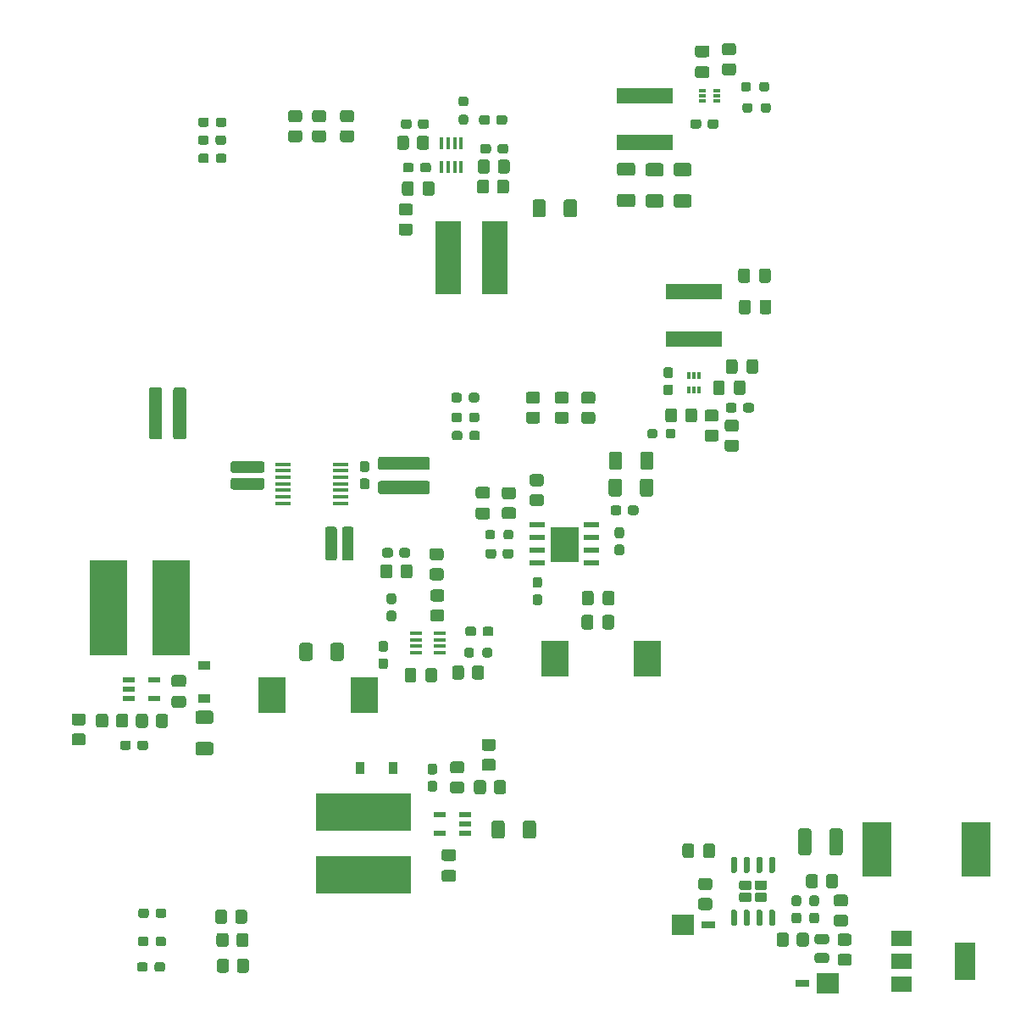
<source format=gbr>
%TF.GenerationSoftware,KiCad,Pcbnew,(5.1.8)-1*%
%TF.CreationDate,2021-05-10T11:21:07+03:00*%
%TF.ProjectId,PWR_SUB_SYS_PCB,5057525f-5355-4425-9f53-59535f504342,rev?*%
%TF.SameCoordinates,Original*%
%TF.FileFunction,Paste,Top*%
%TF.FilePolarity,Positive*%
%FSLAX46Y46*%
G04 Gerber Fmt 4.6, Leading zero omitted, Abs format (unit mm)*
G04 Created by KiCad (PCBNEW (5.1.8)-1) date 2021-05-10 11:21:07*
%MOMM*%
%LPD*%
G01*
G04 APERTURE LIST*
%ADD10C,0.010000*%
%ADD11R,1.200000X0.900000*%
%ADD12R,0.900000X1.200000*%
%ADD13R,2.800000X3.600000*%
%ADD14R,5.700000X1.600000*%
%ADD15R,3.750000X9.500000*%
%ADD16R,9.500000X3.750000*%
%ADD17R,1.550000X0.600000*%
%ADD18R,1.240000X0.460000*%
%ADD19R,1.570000X0.410000*%
%ADD20R,0.460000X1.240000*%
%ADD21R,0.660000X0.310000*%
%ADD22R,0.400000X0.700000*%
%ADD23R,1.210000X0.590000*%
%ADD24R,2.650000X7.300000*%
%ADD25R,1.380000X0.750000*%
%ADD26R,2.320000X2.030000*%
%ADD27R,2.900000X5.400000*%
%ADD28R,2.000000X3.800000*%
%ADD29R,2.000000X1.500000*%
G04 APERTURE END LIST*
D10*
%TO.C,U1*%
G36*
X187538901Y-107621901D02*
G01*
X190248901Y-107621901D01*
X190248901Y-111021901D01*
X187538901Y-111021901D01*
X187538901Y-107621901D01*
G37*
X187538901Y-107621901D02*
X190248901Y-107621901D01*
X190248901Y-111021901D01*
X187538901Y-111021901D01*
X187538901Y-107621901D01*
%TD*%
%TO.C,R48*%
G36*
G01*
X151138100Y-93928699D02*
X151138100Y-98628701D01*
G75*
G02*
X150888101Y-98878700I-249999J0D01*
G01*
X150063099Y-98878700D01*
G75*
G02*
X149813100Y-98628701I0J249999D01*
G01*
X149813100Y-93928699D01*
G75*
G02*
X150063099Y-93678700I249999J0D01*
G01*
X150888101Y-93678700D01*
G75*
G02*
X151138100Y-93928699I0J-249999D01*
G01*
G37*
G36*
G01*
X148713100Y-93928699D02*
X148713100Y-98628701D01*
G75*
G02*
X148463101Y-98878700I-249999J0D01*
G01*
X147638099Y-98878700D01*
G75*
G02*
X147388100Y-98628701I0J249999D01*
G01*
X147388100Y-93928699D01*
G75*
G02*
X147638099Y-93678700I249999J0D01*
G01*
X148463101Y-93678700D01*
G75*
G02*
X148713100Y-93928699I0J-249999D01*
G01*
G37*
%TD*%
%TO.C,C1*%
G36*
G01*
X195249800Y-106191000D02*
X195249800Y-105716000D01*
G75*
G02*
X195487300Y-105478500I237500J0D01*
G01*
X196087300Y-105478500D01*
G75*
G02*
X196324800Y-105716000I0J-237500D01*
G01*
X196324800Y-106191000D01*
G75*
G02*
X196087300Y-106428500I-237500J0D01*
G01*
X195487300Y-106428500D01*
G75*
G02*
X195249800Y-106191000I0J237500D01*
G01*
G37*
G36*
G01*
X193524800Y-106191000D02*
X193524800Y-105716000D01*
G75*
G02*
X193762300Y-105478500I237500J0D01*
G01*
X194362300Y-105478500D01*
G75*
G02*
X194599800Y-105716000I0J-237500D01*
G01*
X194599800Y-106191000D01*
G75*
G02*
X194362300Y-106428500I-237500J0D01*
G01*
X193762300Y-106428500D01*
G75*
G02*
X193524800Y-106191000I0J237500D01*
G01*
G37*
%TD*%
%TO.C,C2*%
G36*
G01*
X183817500Y-110059400D02*
X183817500Y-110534400D01*
G75*
G02*
X183580000Y-110771900I-237500J0D01*
G01*
X182980000Y-110771900D01*
G75*
G02*
X182742500Y-110534400I0J237500D01*
G01*
X182742500Y-110059400D01*
G75*
G02*
X182980000Y-109821900I237500J0D01*
G01*
X183580000Y-109821900D01*
G75*
G02*
X183817500Y-110059400I0J-237500D01*
G01*
G37*
G36*
G01*
X182092500Y-110059400D02*
X182092500Y-110534400D01*
G75*
G02*
X181855000Y-110771900I-237500J0D01*
G01*
X181255000Y-110771900D01*
G75*
G02*
X181017500Y-110534400I0J237500D01*
G01*
X181017500Y-110059400D01*
G75*
G02*
X181255000Y-109821900I237500J0D01*
G01*
X181855000Y-109821900D01*
G75*
G02*
X182092500Y-110059400I0J-237500D01*
G01*
G37*
%TD*%
%TO.C,C3*%
G36*
G01*
X185963500Y-114354600D02*
X186438500Y-114354600D01*
G75*
G02*
X186676000Y-114592100I0J-237500D01*
G01*
X186676000Y-115192100D01*
G75*
G02*
X186438500Y-115429600I-237500J0D01*
G01*
X185963500Y-115429600D01*
G75*
G02*
X185726000Y-115192100I0J237500D01*
G01*
X185726000Y-114592100D01*
G75*
G02*
X185963500Y-114354600I237500J0D01*
G01*
G37*
G36*
G01*
X185963500Y-112629600D02*
X186438500Y-112629600D01*
G75*
G02*
X186676000Y-112867100I0J-237500D01*
G01*
X186676000Y-113467100D01*
G75*
G02*
X186438500Y-113704600I-237500J0D01*
G01*
X185963500Y-113704600D01*
G75*
G02*
X185726000Y-113467100I0J237500D01*
G01*
X185726000Y-112867100D01*
G75*
G02*
X185963500Y-112629600I237500J0D01*
G01*
G37*
%TD*%
%TO.C,C4*%
G36*
G01*
X194637500Y-110462500D02*
X194162500Y-110462500D01*
G75*
G02*
X193925000Y-110225000I0J237500D01*
G01*
X193925000Y-109625000D01*
G75*
G02*
X194162500Y-109387500I237500J0D01*
G01*
X194637500Y-109387500D01*
G75*
G02*
X194875000Y-109625000I0J-237500D01*
G01*
X194875000Y-110225000D01*
G75*
G02*
X194637500Y-110462500I-237500J0D01*
G01*
G37*
G36*
G01*
X194637500Y-108737500D02*
X194162500Y-108737500D01*
G75*
G02*
X193925000Y-108500000I0J237500D01*
G01*
X193925000Y-107900000D01*
G75*
G02*
X194162500Y-107662500I237500J0D01*
G01*
X194637500Y-107662500D01*
G75*
G02*
X194875000Y-107900000I0J-237500D01*
G01*
X194875000Y-108500000D01*
G75*
G02*
X194637500Y-108737500I-237500J0D01*
G01*
G37*
%TD*%
%TO.C,C5*%
G36*
G01*
X191831400Y-114259000D02*
X191831400Y-115209000D01*
G75*
G02*
X191581400Y-115459000I-250000J0D01*
G01*
X190906400Y-115459000D01*
G75*
G02*
X190656400Y-115209000I0J250000D01*
G01*
X190656400Y-114259000D01*
G75*
G02*
X190906400Y-114009000I250000J0D01*
G01*
X191581400Y-114009000D01*
G75*
G02*
X191831400Y-114259000I0J-250000D01*
G01*
G37*
G36*
G01*
X193906400Y-114259000D02*
X193906400Y-115209000D01*
G75*
G02*
X193656400Y-115459000I-250000J0D01*
G01*
X192981400Y-115459000D01*
G75*
G02*
X192731400Y-115209000I0J250000D01*
G01*
X192731400Y-114259000D01*
G75*
G02*
X192981400Y-114009000I250000J0D01*
G01*
X193656400Y-114009000D01*
G75*
G02*
X193906400Y-114259000I0J-250000D01*
G01*
G37*
%TD*%
%TO.C,C6*%
G36*
G01*
X172940500Y-122898100D02*
X172940500Y-121948100D01*
G75*
G02*
X173190500Y-121698100I250000J0D01*
G01*
X173865500Y-121698100D01*
G75*
G02*
X174115500Y-121948100I0J-250000D01*
G01*
X174115500Y-122898100D01*
G75*
G02*
X173865500Y-123148100I-250000J0D01*
G01*
X173190500Y-123148100D01*
G75*
G02*
X172940500Y-122898100I0J250000D01*
G01*
G37*
G36*
G01*
X175015500Y-122898100D02*
X175015500Y-121948100D01*
G75*
G02*
X175265500Y-121698100I250000J0D01*
G01*
X175940500Y-121698100D01*
G75*
G02*
X176190500Y-121948100I0J-250000D01*
G01*
X176190500Y-122898100D01*
G75*
G02*
X175940500Y-123148100I-250000J0D01*
G01*
X175265500Y-123148100D01*
G75*
G02*
X175015500Y-122898100I0J250000D01*
G01*
G37*
%TD*%
%TO.C,C7*%
G36*
G01*
X169185600Y-102127000D02*
X168710600Y-102127000D01*
G75*
G02*
X168473100Y-101889500I0J237500D01*
G01*
X168473100Y-101289500D01*
G75*
G02*
X168710600Y-101052000I237500J0D01*
G01*
X169185600Y-101052000D01*
G75*
G02*
X169423100Y-101289500I0J-237500D01*
G01*
X169423100Y-101889500D01*
G75*
G02*
X169185600Y-102127000I-237500J0D01*
G01*
G37*
G36*
G01*
X169185600Y-103852000D02*
X168710600Y-103852000D01*
G75*
G02*
X168473100Y-103614500I0J237500D01*
G01*
X168473100Y-103014500D01*
G75*
G02*
X168710600Y-102777000I237500J0D01*
G01*
X169185600Y-102777000D01*
G75*
G02*
X169423100Y-103014500I0J-237500D01*
G01*
X169423100Y-103614500D01*
G75*
G02*
X169185600Y-103852000I-237500J0D01*
G01*
G37*
%TD*%
%TO.C,C8*%
G36*
G01*
X181235500Y-106855500D02*
X180285500Y-106855500D01*
G75*
G02*
X180035500Y-106605500I0J250000D01*
G01*
X180035500Y-105930500D01*
G75*
G02*
X180285500Y-105680500I250000J0D01*
G01*
X181235500Y-105680500D01*
G75*
G02*
X181485500Y-105930500I0J-250000D01*
G01*
X181485500Y-106605500D01*
G75*
G02*
X181235500Y-106855500I-250000J0D01*
G01*
G37*
G36*
G01*
X181235500Y-104780500D02*
X180285500Y-104780500D01*
G75*
G02*
X180035500Y-104530500I0J250000D01*
G01*
X180035500Y-103855500D01*
G75*
G02*
X180285500Y-103605500I250000J0D01*
G01*
X181235500Y-103605500D01*
G75*
G02*
X181485500Y-103855500I0J-250000D01*
G01*
X181485500Y-104530500D01*
G75*
G02*
X181235500Y-104780500I-250000J0D01*
G01*
G37*
%TD*%
%TO.C,C9*%
G36*
G01*
X191806000Y-116659300D02*
X191806000Y-117609300D01*
G75*
G02*
X191556000Y-117859300I-250000J0D01*
G01*
X190881000Y-117859300D01*
G75*
G02*
X190631000Y-117609300I0J250000D01*
G01*
X190631000Y-116659300D01*
G75*
G02*
X190881000Y-116409300I250000J0D01*
G01*
X191556000Y-116409300D01*
G75*
G02*
X191806000Y-116659300I0J-250000D01*
G01*
G37*
G36*
G01*
X193881000Y-116659300D02*
X193881000Y-117609300D01*
G75*
G02*
X193631000Y-117859300I-250000J0D01*
G01*
X192956000Y-117859300D01*
G75*
G02*
X192706000Y-117609300I0J250000D01*
G01*
X192706000Y-116659300D01*
G75*
G02*
X192956000Y-116409300I250000J0D01*
G01*
X193631000Y-116409300D01*
G75*
G02*
X193881000Y-116659300I0J-250000D01*
G01*
G37*
%TD*%
%TO.C,C10*%
G36*
G01*
X193349000Y-101650501D02*
X193349000Y-100350499D01*
G75*
G02*
X193598999Y-100100500I249999J0D01*
G01*
X194424001Y-100100500D01*
G75*
G02*
X194674000Y-100350499I0J-249999D01*
G01*
X194674000Y-101650501D01*
G75*
G02*
X194424001Y-101900500I-249999J0D01*
G01*
X193598999Y-101900500D01*
G75*
G02*
X193349000Y-101650501I0J249999D01*
G01*
G37*
G36*
G01*
X196474000Y-101650501D02*
X196474000Y-100350499D01*
G75*
G02*
X196723999Y-100100500I249999J0D01*
G01*
X197549001Y-100100500D01*
G75*
G02*
X197799000Y-100350499I0J-249999D01*
G01*
X197799000Y-101650501D01*
G75*
G02*
X197549001Y-101900500I-249999J0D01*
G01*
X196723999Y-101900500D01*
G75*
G02*
X196474000Y-101650501I0J249999D01*
G01*
G37*
%TD*%
%TO.C,C11*%
G36*
G01*
X193336300Y-104342901D02*
X193336300Y-103042899D01*
G75*
G02*
X193586299Y-102792900I249999J0D01*
G01*
X194411301Y-102792900D01*
G75*
G02*
X194661300Y-103042899I0J-249999D01*
G01*
X194661300Y-104342901D01*
G75*
G02*
X194411301Y-104592900I-249999J0D01*
G01*
X193586299Y-104592900D01*
G75*
G02*
X193336300Y-104342901I0J249999D01*
G01*
G37*
G36*
G01*
X196461300Y-104342901D02*
X196461300Y-103042899D01*
G75*
G02*
X196711299Y-102792900I249999J0D01*
G01*
X197536301Y-102792900D01*
G75*
G02*
X197786300Y-103042899I0J-249999D01*
G01*
X197786300Y-104342901D01*
G75*
G02*
X197536301Y-104592900I-249999J0D01*
G01*
X196711299Y-104592900D01*
G75*
G02*
X196461300Y-104342901I0J249999D01*
G01*
G37*
%TD*%
%TO.C,C12*%
G36*
G01*
X179011400Y-118291800D02*
X179011400Y-117816800D01*
G75*
G02*
X179248900Y-117579300I237500J0D01*
G01*
X179848900Y-117579300D01*
G75*
G02*
X180086400Y-117816800I0J-237500D01*
G01*
X180086400Y-118291800D01*
G75*
G02*
X179848900Y-118529300I-237500J0D01*
G01*
X179248900Y-118529300D01*
G75*
G02*
X179011400Y-118291800I0J237500D01*
G01*
G37*
G36*
G01*
X180736400Y-118291800D02*
X180736400Y-117816800D01*
G75*
G02*
X180973900Y-117579300I237500J0D01*
G01*
X181573900Y-117579300D01*
G75*
G02*
X181811400Y-117816800I0J-237500D01*
G01*
X181811400Y-118291800D01*
G75*
G02*
X181573900Y-118529300I-237500J0D01*
G01*
X180973900Y-118529300D01*
G75*
G02*
X180736400Y-118291800I0J237500D01*
G01*
G37*
%TD*%
%TO.C,C13*%
G36*
G01*
X171860500Y-117055100D02*
X171385500Y-117055100D01*
G75*
G02*
X171148000Y-116817600I0J237500D01*
G01*
X171148000Y-116217600D01*
G75*
G02*
X171385500Y-115980100I237500J0D01*
G01*
X171860500Y-115980100D01*
G75*
G02*
X172098000Y-116217600I0J-237500D01*
G01*
X172098000Y-116817600D01*
G75*
G02*
X171860500Y-117055100I-237500J0D01*
G01*
G37*
G36*
G01*
X171860500Y-115330100D02*
X171385500Y-115330100D01*
G75*
G02*
X171148000Y-115092600I0J237500D01*
G01*
X171148000Y-114492600D01*
G75*
G02*
X171385500Y-114255100I237500J0D01*
G01*
X171860500Y-114255100D01*
G75*
G02*
X172098000Y-114492600I0J-237500D01*
G01*
X172098000Y-115092600D01*
G75*
G02*
X171860500Y-115330100I-237500J0D01*
G01*
G37*
%TD*%
%TO.C,C14*%
G36*
G01*
X171037500Y-120088200D02*
X170562500Y-120088200D01*
G75*
G02*
X170325000Y-119850700I0J237500D01*
G01*
X170325000Y-119250700D01*
G75*
G02*
X170562500Y-119013200I237500J0D01*
G01*
X171037500Y-119013200D01*
G75*
G02*
X171275000Y-119250700I0J-237500D01*
G01*
X171275000Y-119850700D01*
G75*
G02*
X171037500Y-120088200I-237500J0D01*
G01*
G37*
G36*
G01*
X171037500Y-121813200D02*
X170562500Y-121813200D01*
G75*
G02*
X170325000Y-121575700I0J237500D01*
G01*
X170325000Y-120975700D01*
G75*
G02*
X170562500Y-120738200I237500J0D01*
G01*
X171037500Y-120738200D01*
G75*
G02*
X171275000Y-120975700I0J-237500D01*
G01*
X171275000Y-121575700D01*
G75*
G02*
X171037500Y-121813200I-237500J0D01*
G01*
G37*
%TD*%
%TO.C,C15*%
G36*
G01*
X165537500Y-120750001D02*
X165537500Y-119449999D01*
G75*
G02*
X165787499Y-119200000I249999J0D01*
G01*
X166612501Y-119200000D01*
G75*
G02*
X166862500Y-119449999I0J-249999D01*
G01*
X166862500Y-120750001D01*
G75*
G02*
X166612501Y-121000000I-249999J0D01*
G01*
X165787499Y-121000000D01*
G75*
G02*
X165537500Y-120750001I0J249999D01*
G01*
G37*
G36*
G01*
X162412500Y-120750001D02*
X162412500Y-119449999D01*
G75*
G02*
X162662499Y-119200000I249999J0D01*
G01*
X163487501Y-119200000D01*
G75*
G02*
X163737500Y-119449999I0J-249999D01*
G01*
X163737500Y-120750001D01*
G75*
G02*
X163487501Y-121000000I-249999J0D01*
G01*
X162662499Y-121000000D01*
G75*
G02*
X162412500Y-120750001I0J249999D01*
G01*
G37*
%TD*%
%TO.C,C16*%
G36*
G01*
X172425000Y-110437500D02*
X172425000Y-109962500D01*
G75*
G02*
X172662500Y-109725000I237500J0D01*
G01*
X173262500Y-109725000D01*
G75*
G02*
X173500000Y-109962500I0J-237500D01*
G01*
X173500000Y-110437500D01*
G75*
G02*
X173262500Y-110675000I-237500J0D01*
G01*
X172662500Y-110675000D01*
G75*
G02*
X172425000Y-110437500I0J237500D01*
G01*
G37*
G36*
G01*
X170700000Y-110437500D02*
X170700000Y-109962500D01*
G75*
G02*
X170937500Y-109725000I237500J0D01*
G01*
X171537500Y-109725000D01*
G75*
G02*
X171775000Y-109962500I0J-237500D01*
G01*
X171775000Y-110437500D01*
G75*
G02*
X171537500Y-110675000I-237500J0D01*
G01*
X170937500Y-110675000D01*
G75*
G02*
X170700000Y-110437500I0J237500D01*
G01*
G37*
%TD*%
%TO.C,C21*%
G36*
G01*
X173848700Y-73350100D02*
X173848700Y-74300100D01*
G75*
G02*
X173598700Y-74550100I-250000J0D01*
G01*
X172923700Y-74550100D01*
G75*
G02*
X172673700Y-74300100I0J250000D01*
G01*
X172673700Y-73350100D01*
G75*
G02*
X172923700Y-73100100I250000J0D01*
G01*
X173598700Y-73100100D01*
G75*
G02*
X173848700Y-73350100I0J-250000D01*
G01*
G37*
G36*
G01*
X175923700Y-73350100D02*
X175923700Y-74300100D01*
G75*
G02*
X175673700Y-74550100I-250000J0D01*
G01*
X174998700Y-74550100D01*
G75*
G02*
X174748700Y-74300100I0J250000D01*
G01*
X174748700Y-73350100D01*
G75*
G02*
X174998700Y-73100100I250000J0D01*
G01*
X175673700Y-73100100D01*
G75*
G02*
X175923700Y-73350100I0J-250000D01*
G01*
G37*
%TD*%
%TO.C,C22*%
G36*
G01*
X173640700Y-67136000D02*
X173640700Y-67611000D01*
G75*
G02*
X173403200Y-67848500I-237500J0D01*
G01*
X172803200Y-67848500D01*
G75*
G02*
X172565700Y-67611000I0J237500D01*
G01*
X172565700Y-67136000D01*
G75*
G02*
X172803200Y-66898500I237500J0D01*
G01*
X173403200Y-66898500D01*
G75*
G02*
X173640700Y-67136000I0J-237500D01*
G01*
G37*
G36*
G01*
X175365700Y-67136000D02*
X175365700Y-67611000D01*
G75*
G02*
X175128200Y-67848500I-237500J0D01*
G01*
X174528200Y-67848500D01*
G75*
G02*
X174290700Y-67611000I0J237500D01*
G01*
X174290700Y-67136000D01*
G75*
G02*
X174528200Y-66898500I237500J0D01*
G01*
X175128200Y-66898500D01*
G75*
G02*
X175365700Y-67136000I0J-237500D01*
G01*
G37*
%TD*%
%TO.C,C23*%
G36*
G01*
X175568900Y-71492100D02*
X175568900Y-71967100D01*
G75*
G02*
X175331400Y-72204600I-237500J0D01*
G01*
X174731400Y-72204600D01*
G75*
G02*
X174493900Y-71967100I0J237500D01*
G01*
X174493900Y-71492100D01*
G75*
G02*
X174731400Y-71254600I237500J0D01*
G01*
X175331400Y-71254600D01*
G75*
G02*
X175568900Y-71492100I0J-237500D01*
G01*
G37*
G36*
G01*
X173843900Y-71492100D02*
X173843900Y-71967100D01*
G75*
G02*
X173606400Y-72204600I-237500J0D01*
G01*
X173006400Y-72204600D01*
G75*
G02*
X172768900Y-71967100I0J237500D01*
G01*
X172768900Y-71492100D01*
G75*
G02*
X173006400Y-71254600I237500J0D01*
G01*
X173606400Y-71254600D01*
G75*
G02*
X173843900Y-71492100I0J-237500D01*
G01*
G37*
%TD*%
%TO.C,C24*%
G36*
G01*
X180386700Y-67204600D02*
X180386700Y-66729600D01*
G75*
G02*
X180624200Y-66492100I237500J0D01*
G01*
X181224200Y-66492100D01*
G75*
G02*
X181461700Y-66729600I0J-237500D01*
G01*
X181461700Y-67204600D01*
G75*
G02*
X181224200Y-67442100I-237500J0D01*
G01*
X180624200Y-67442100D01*
G75*
G02*
X180386700Y-67204600I0J237500D01*
G01*
G37*
G36*
G01*
X182111700Y-67204600D02*
X182111700Y-66729600D01*
G75*
G02*
X182349200Y-66492100I237500J0D01*
G01*
X182949200Y-66492100D01*
G75*
G02*
X183186700Y-66729600I0J-237500D01*
G01*
X183186700Y-67204600D01*
G75*
G02*
X182949200Y-67442100I-237500J0D01*
G01*
X182349200Y-67442100D01*
G75*
G02*
X182111700Y-67204600I0J237500D01*
G01*
G37*
%TD*%
%TO.C,C25*%
G36*
G01*
X188846900Y-76456301D02*
X188846900Y-75156299D01*
G75*
G02*
X189096899Y-74906300I249999J0D01*
G01*
X189921901Y-74906300D01*
G75*
G02*
X190171900Y-75156299I0J-249999D01*
G01*
X190171900Y-76456301D01*
G75*
G02*
X189921901Y-76706300I-249999J0D01*
G01*
X189096899Y-76706300D01*
G75*
G02*
X188846900Y-76456301I0J249999D01*
G01*
G37*
G36*
G01*
X185721900Y-76456301D02*
X185721900Y-75156299D01*
G75*
G02*
X185971899Y-74906300I249999J0D01*
G01*
X186796901Y-74906300D01*
G75*
G02*
X187046900Y-75156299I0J-249999D01*
G01*
X187046900Y-76456301D01*
G75*
G02*
X186796901Y-76706300I-249999J0D01*
G01*
X185971899Y-76706300D01*
G75*
G02*
X185721900Y-76456301I0J249999D01*
G01*
G37*
%TD*%
%TO.C,C26*%
G36*
G01*
X183303200Y-69612500D02*
X183303200Y-70087500D01*
G75*
G02*
X183065700Y-70325000I-237500J0D01*
G01*
X182465700Y-70325000D01*
G75*
G02*
X182228200Y-70087500I0J237500D01*
G01*
X182228200Y-69612500D01*
G75*
G02*
X182465700Y-69375000I237500J0D01*
G01*
X183065700Y-69375000D01*
G75*
G02*
X183303200Y-69612500I0J-237500D01*
G01*
G37*
G36*
G01*
X181578200Y-69612500D02*
X181578200Y-70087500D01*
G75*
G02*
X181340700Y-70325000I-237500J0D01*
G01*
X180740700Y-70325000D01*
G75*
G02*
X180503200Y-70087500I0J237500D01*
G01*
X180503200Y-69612500D01*
G75*
G02*
X180740700Y-69375000I237500J0D01*
G01*
X181340700Y-69375000D01*
G75*
G02*
X181578200Y-69612500I0J-237500D01*
G01*
G37*
%TD*%
%TO.C,C27*%
G36*
G01*
X203156840Y-60706940D02*
X202206840Y-60706940D01*
G75*
G02*
X201956840Y-60456940I0J250000D01*
G01*
X201956840Y-59781940D01*
G75*
G02*
X202206840Y-59531940I250000J0D01*
G01*
X203156840Y-59531940D01*
G75*
G02*
X203406840Y-59781940I0J-250000D01*
G01*
X203406840Y-60456940D01*
G75*
G02*
X203156840Y-60706940I-250000J0D01*
G01*
G37*
G36*
G01*
X203156840Y-62781940D02*
X202206840Y-62781940D01*
G75*
G02*
X201956840Y-62531940I0J250000D01*
G01*
X201956840Y-61856940D01*
G75*
G02*
X202206840Y-61606940I250000J0D01*
G01*
X203156840Y-61606940D01*
G75*
G02*
X203406840Y-61856940I0J-250000D01*
G01*
X203406840Y-62531940D01*
G75*
G02*
X203156840Y-62781940I-250000J0D01*
G01*
G37*
%TD*%
%TO.C,C28*%
G36*
G01*
X203223840Y-67600840D02*
X203223840Y-67125840D01*
G75*
G02*
X203461340Y-66888340I237500J0D01*
G01*
X204061340Y-66888340D01*
G75*
G02*
X204298840Y-67125840I0J-237500D01*
G01*
X204298840Y-67600840D01*
G75*
G02*
X204061340Y-67838340I-237500J0D01*
G01*
X203461340Y-67838340D01*
G75*
G02*
X203223840Y-67600840I0J237500D01*
G01*
G37*
G36*
G01*
X201498840Y-67600840D02*
X201498840Y-67125840D01*
G75*
G02*
X201736340Y-66888340I237500J0D01*
G01*
X202336340Y-66888340D01*
G75*
G02*
X202573840Y-67125840I0J-237500D01*
G01*
X202573840Y-67600840D01*
G75*
G02*
X202336340Y-67838340I-237500J0D01*
G01*
X201736340Y-67838340D01*
G75*
G02*
X201498840Y-67600840I0J237500D01*
G01*
G37*
%TD*%
%TO.C,C29*%
G36*
G01*
X194421999Y-74354660D02*
X195722001Y-74354660D01*
G75*
G02*
X195972000Y-74604659I0J-249999D01*
G01*
X195972000Y-75429661D01*
G75*
G02*
X195722001Y-75679660I-249999J0D01*
G01*
X194421999Y-75679660D01*
G75*
G02*
X194172000Y-75429661I0J249999D01*
G01*
X194172000Y-74604659D01*
G75*
G02*
X194421999Y-74354660I249999J0D01*
G01*
G37*
G36*
G01*
X194421999Y-71229660D02*
X195722001Y-71229660D01*
G75*
G02*
X195972000Y-71479659I0J-249999D01*
G01*
X195972000Y-72304661D01*
G75*
G02*
X195722001Y-72554660I-249999J0D01*
G01*
X194421999Y-72554660D01*
G75*
G02*
X194172000Y-72304661I0J249999D01*
G01*
X194172000Y-71479659D01*
G75*
G02*
X194421999Y-71229660I249999J0D01*
G01*
G37*
%TD*%
%TO.C,C30*%
G36*
G01*
X200064298Y-74397461D02*
X201364300Y-74397461D01*
G75*
G02*
X201614299Y-74647460I0J-249999D01*
G01*
X201614299Y-75472462D01*
G75*
G02*
X201364300Y-75722461I-249999J0D01*
G01*
X200064298Y-75722461D01*
G75*
G02*
X199814299Y-75472462I0J249999D01*
G01*
X199814299Y-74647460D01*
G75*
G02*
X200064298Y-74397461I249999J0D01*
G01*
G37*
G36*
G01*
X200064298Y-71272461D02*
X201364300Y-71272461D01*
G75*
G02*
X201614299Y-71522460I0J-249999D01*
G01*
X201614299Y-72347462D01*
G75*
G02*
X201364300Y-72597461I-249999J0D01*
G01*
X200064298Y-72597461D01*
G75*
G02*
X199814299Y-72347462I0J249999D01*
G01*
X199814299Y-71522460D01*
G75*
G02*
X200064298Y-71272461I249999J0D01*
G01*
G37*
%TD*%
%TO.C,C31*%
G36*
G01*
X197266799Y-71280460D02*
X198566801Y-71280460D01*
G75*
G02*
X198816800Y-71530459I0J-249999D01*
G01*
X198816800Y-72355461D01*
G75*
G02*
X198566801Y-72605460I-249999J0D01*
G01*
X197266799Y-72605460D01*
G75*
G02*
X197016800Y-72355461I0J249999D01*
G01*
X197016800Y-71530459D01*
G75*
G02*
X197266799Y-71280460I249999J0D01*
G01*
G37*
G36*
G01*
X197266799Y-74405460D02*
X198566801Y-74405460D01*
G75*
G02*
X198816800Y-74655459I0J-249999D01*
G01*
X198816800Y-75480461D01*
G75*
G02*
X198566801Y-75730460I-249999J0D01*
G01*
X197266799Y-75730460D01*
G75*
G02*
X197016800Y-75480461I0J249999D01*
G01*
X197016800Y-74655459D01*
G75*
G02*
X197266799Y-74405460I249999J0D01*
G01*
G37*
%TD*%
%TO.C,C32*%
G36*
G01*
X205037500Y-92075000D02*
X205037500Y-91125000D01*
G75*
G02*
X205287500Y-90875000I250000J0D01*
G01*
X205962500Y-90875000D01*
G75*
G02*
X206212500Y-91125000I0J-250000D01*
G01*
X206212500Y-92075000D01*
G75*
G02*
X205962500Y-92325000I-250000J0D01*
G01*
X205287500Y-92325000D01*
G75*
G02*
X205037500Y-92075000I0J250000D01*
G01*
G37*
G36*
G01*
X207112500Y-92075000D02*
X207112500Y-91125000D01*
G75*
G02*
X207362500Y-90875000I250000J0D01*
G01*
X208037500Y-90875000D01*
G75*
G02*
X208287500Y-91125000I0J-250000D01*
G01*
X208287500Y-92075000D01*
G75*
G02*
X208037500Y-92325000I-250000J0D01*
G01*
X207362500Y-92325000D01*
G75*
G02*
X207112500Y-92075000I0J250000D01*
G01*
G37*
%TD*%
%TO.C,C33*%
G36*
G01*
X206286800Y-82993400D02*
X206286800Y-82043400D01*
G75*
G02*
X206536800Y-81793400I250000J0D01*
G01*
X207211800Y-81793400D01*
G75*
G02*
X207461800Y-82043400I0J-250000D01*
G01*
X207461800Y-82993400D01*
G75*
G02*
X207211800Y-83243400I-250000J0D01*
G01*
X206536800Y-83243400D01*
G75*
G02*
X206286800Y-82993400I0J250000D01*
G01*
G37*
G36*
G01*
X208361800Y-82993400D02*
X208361800Y-82043400D01*
G75*
G02*
X208611800Y-81793400I250000J0D01*
G01*
X209286800Y-81793400D01*
G75*
G02*
X209536800Y-82043400I0J-250000D01*
G01*
X209536800Y-82993400D01*
G75*
G02*
X209286800Y-83243400I-250000J0D01*
G01*
X208611800Y-83243400D01*
G75*
G02*
X208361800Y-82993400I0J250000D01*
G01*
G37*
%TD*%
%TO.C,C34*%
G36*
G01*
X205834500Y-94194800D02*
X205834500Y-93244800D01*
G75*
G02*
X206084500Y-92994800I250000J0D01*
G01*
X206759500Y-92994800D01*
G75*
G02*
X207009500Y-93244800I0J-250000D01*
G01*
X207009500Y-94194800D01*
G75*
G02*
X206759500Y-94444800I-250000J0D01*
G01*
X206084500Y-94444800D01*
G75*
G02*
X205834500Y-94194800I0J250000D01*
G01*
G37*
G36*
G01*
X203759500Y-94194800D02*
X203759500Y-93244800D01*
G75*
G02*
X204009500Y-92994800I250000J0D01*
G01*
X204684500Y-92994800D01*
G75*
G02*
X204934500Y-93244800I0J-250000D01*
G01*
X204934500Y-94194800D01*
G75*
G02*
X204684500Y-94444800I-250000J0D01*
G01*
X204009500Y-94444800D01*
G75*
G02*
X203759500Y-94194800I0J250000D01*
G01*
G37*
%TD*%
%TO.C,C35*%
G36*
G01*
X205046300Y-95951200D02*
X205046300Y-95476200D01*
G75*
G02*
X205283800Y-95238700I237500J0D01*
G01*
X205883800Y-95238700D01*
G75*
G02*
X206121300Y-95476200I0J-237500D01*
G01*
X206121300Y-95951200D01*
G75*
G02*
X205883800Y-96188700I-237500J0D01*
G01*
X205283800Y-96188700D01*
G75*
G02*
X205046300Y-95951200I0J237500D01*
G01*
G37*
G36*
G01*
X206771300Y-95951200D02*
X206771300Y-95476200D01*
G75*
G02*
X207008800Y-95238700I237500J0D01*
G01*
X207608800Y-95238700D01*
G75*
G02*
X207846300Y-95476200I0J-237500D01*
G01*
X207846300Y-95951200D01*
G75*
G02*
X207608800Y-96188700I-237500J0D01*
G01*
X207008800Y-96188700D01*
G75*
G02*
X206771300Y-95951200I0J237500D01*
G01*
G37*
%TD*%
%TO.C,C36*%
G36*
G01*
X206346400Y-86130300D02*
X206346400Y-85180300D01*
G75*
G02*
X206596400Y-84930300I250000J0D01*
G01*
X207271400Y-84930300D01*
G75*
G02*
X207521400Y-85180300I0J-250000D01*
G01*
X207521400Y-86130300D01*
G75*
G02*
X207271400Y-86380300I-250000J0D01*
G01*
X206596400Y-86380300D01*
G75*
G02*
X206346400Y-86130300I0J250000D01*
G01*
G37*
G36*
G01*
X208421400Y-86130300D02*
X208421400Y-85180300D01*
G75*
G02*
X208671400Y-84930300I250000J0D01*
G01*
X209346400Y-84930300D01*
G75*
G02*
X209596400Y-85180300I0J-250000D01*
G01*
X209596400Y-86130300D01*
G75*
G02*
X209346400Y-86380300I-250000J0D01*
G01*
X208671400Y-86380300D01*
G75*
G02*
X208421400Y-86130300I0J250000D01*
G01*
G37*
%TD*%
%TO.C,C37*%
G36*
G01*
X199522100Y-94472100D02*
X199047100Y-94472100D01*
G75*
G02*
X198809600Y-94234600I0J237500D01*
G01*
X198809600Y-93634600D01*
G75*
G02*
X199047100Y-93397100I237500J0D01*
G01*
X199522100Y-93397100D01*
G75*
G02*
X199759600Y-93634600I0J-237500D01*
G01*
X199759600Y-94234600D01*
G75*
G02*
X199522100Y-94472100I-237500J0D01*
G01*
G37*
G36*
G01*
X199522100Y-92747100D02*
X199047100Y-92747100D01*
G75*
G02*
X198809600Y-92509600I0J237500D01*
G01*
X198809600Y-91909600D01*
G75*
G02*
X199047100Y-91672100I237500J0D01*
G01*
X199522100Y-91672100D01*
G75*
G02*
X199759600Y-91909600I0J-237500D01*
G01*
X199759600Y-92509600D01*
G75*
G02*
X199522100Y-92747100I-237500J0D01*
G01*
G37*
%TD*%
%TO.C,C38*%
G36*
G01*
X149893000Y-124499700D02*
X150843000Y-124499700D01*
G75*
G02*
X151093000Y-124749700I0J-250000D01*
G01*
X151093000Y-125424700D01*
G75*
G02*
X150843000Y-125674700I-250000J0D01*
G01*
X149893000Y-125674700D01*
G75*
G02*
X149643000Y-125424700I0J250000D01*
G01*
X149643000Y-124749700D01*
G75*
G02*
X149893000Y-124499700I250000J0D01*
G01*
G37*
G36*
G01*
X149893000Y-122424700D02*
X150843000Y-122424700D01*
G75*
G02*
X151093000Y-122674700I0J-250000D01*
G01*
X151093000Y-123349700D01*
G75*
G02*
X150843000Y-123599700I-250000J0D01*
G01*
X149893000Y-123599700D01*
G75*
G02*
X149643000Y-123349700I0J250000D01*
G01*
X149643000Y-122674700D01*
G75*
G02*
X149893000Y-122424700I250000J0D01*
G01*
G37*
%TD*%
%TO.C,C39*%
G36*
G01*
X145586400Y-129188200D02*
X145586400Y-129663200D01*
G75*
G02*
X145348900Y-129900700I-237500J0D01*
G01*
X144748900Y-129900700D01*
G75*
G02*
X144511400Y-129663200I0J237500D01*
G01*
X144511400Y-129188200D01*
G75*
G02*
X144748900Y-128950700I237500J0D01*
G01*
X145348900Y-128950700D01*
G75*
G02*
X145586400Y-129188200I0J-237500D01*
G01*
G37*
G36*
G01*
X147311400Y-129188200D02*
X147311400Y-129663200D01*
G75*
G02*
X147073900Y-129900700I-237500J0D01*
G01*
X146473900Y-129900700D01*
G75*
G02*
X146236400Y-129663200I0J237500D01*
G01*
X146236400Y-129188200D01*
G75*
G02*
X146473900Y-128950700I237500J0D01*
G01*
X147073900Y-128950700D01*
G75*
G02*
X147311400Y-129188200I0J-237500D01*
G01*
G37*
%TD*%
%TO.C,C40*%
G36*
G01*
X152283399Y-125981900D02*
X153583401Y-125981900D01*
G75*
G02*
X153833400Y-126231899I0J-249999D01*
G01*
X153833400Y-127056901D01*
G75*
G02*
X153583401Y-127306900I-249999J0D01*
G01*
X152283399Y-127306900D01*
G75*
G02*
X152033400Y-127056901I0J249999D01*
G01*
X152033400Y-126231899D01*
G75*
G02*
X152283399Y-125981900I249999J0D01*
G01*
G37*
G36*
G01*
X152283399Y-129106900D02*
X153583401Y-129106900D01*
G75*
G02*
X153833400Y-129356899I0J-249999D01*
G01*
X153833400Y-130181901D01*
G75*
G02*
X153583401Y-130431900I-249999J0D01*
G01*
X152283399Y-130431900D01*
G75*
G02*
X152033400Y-130181901I0J249999D01*
G01*
X152033400Y-129356899D01*
G75*
G02*
X152283399Y-129106900I249999J0D01*
G01*
G37*
%TD*%
%TO.C,C41*%
G36*
G01*
X176880500Y-141886000D02*
X177830500Y-141886000D01*
G75*
G02*
X178080500Y-142136000I0J-250000D01*
G01*
X178080500Y-142811000D01*
G75*
G02*
X177830500Y-143061000I-250000J0D01*
G01*
X176880500Y-143061000D01*
G75*
G02*
X176630500Y-142811000I0J250000D01*
G01*
X176630500Y-142136000D01*
G75*
G02*
X176880500Y-141886000I250000J0D01*
G01*
G37*
G36*
G01*
X176880500Y-139811000D02*
X177830500Y-139811000D01*
G75*
G02*
X178080500Y-140061000I0J-250000D01*
G01*
X178080500Y-140736000D01*
G75*
G02*
X177830500Y-140986000I-250000J0D01*
G01*
X176880500Y-140986000D01*
G75*
G02*
X176630500Y-140736000I0J250000D01*
G01*
X176630500Y-140061000D01*
G75*
G02*
X176880500Y-139811000I250000J0D01*
G01*
G37*
%TD*%
%TO.C,C43*%
G36*
G01*
X175479700Y-131263100D02*
X175954700Y-131263100D01*
G75*
G02*
X176192200Y-131500600I0J-237500D01*
G01*
X176192200Y-132100600D01*
G75*
G02*
X175954700Y-132338100I-237500J0D01*
G01*
X175479700Y-132338100D01*
G75*
G02*
X175242200Y-132100600I0J237500D01*
G01*
X175242200Y-131500600D01*
G75*
G02*
X175479700Y-131263100I237500J0D01*
G01*
G37*
G36*
G01*
X175479700Y-132988100D02*
X175954700Y-132988100D01*
G75*
G02*
X176192200Y-133225600I0J-237500D01*
G01*
X176192200Y-133825600D01*
G75*
G02*
X175954700Y-134063100I-237500J0D01*
G01*
X175479700Y-134063100D01*
G75*
G02*
X175242200Y-133825600I0J237500D01*
G01*
X175242200Y-133225600D01*
G75*
G02*
X175479700Y-132988100I237500J0D01*
G01*
G37*
%TD*%
%TO.C,C44*%
G36*
G01*
X184746999Y-138508700D02*
X184746999Y-137208698D01*
G75*
G02*
X184996998Y-136958699I249999J0D01*
G01*
X185822000Y-136958699D01*
G75*
G02*
X186071999Y-137208698I0J-249999D01*
G01*
X186071999Y-138508700D01*
G75*
G02*
X185822000Y-138758699I-249999J0D01*
G01*
X184996998Y-138758699D01*
G75*
G02*
X184746999Y-138508700I0J249999D01*
G01*
G37*
G36*
G01*
X181621999Y-138508700D02*
X181621999Y-137208698D01*
G75*
G02*
X181871998Y-136958699I249999J0D01*
G01*
X182697000Y-136958699D01*
G75*
G02*
X182946999Y-137208698I0J-249999D01*
G01*
X182946999Y-138508700D01*
G75*
G02*
X182697000Y-138758699I-249999J0D01*
G01*
X181871998Y-138758699D01*
G75*
G02*
X181621999Y-138508700I0J249999D01*
G01*
G37*
%TD*%
D11*
%TO.C,D2*%
X152895300Y-124738400D03*
X152895300Y-121438400D03*
%TD*%
D12*
%TO.C,D3*%
X171830000Y-131673600D03*
X168530000Y-131673600D03*
%TD*%
%TO.C,D5*%
G36*
G01*
X147950700Y-151812000D02*
X147950700Y-151337000D01*
G75*
G02*
X148188200Y-151099500I237500J0D01*
G01*
X148763200Y-151099500D01*
G75*
G02*
X149000700Y-151337000I0J-237500D01*
G01*
X149000700Y-151812000D01*
G75*
G02*
X148763200Y-152049500I-237500J0D01*
G01*
X148188200Y-152049500D01*
G75*
G02*
X147950700Y-151812000I0J237500D01*
G01*
G37*
G36*
G01*
X146200700Y-151812000D02*
X146200700Y-151337000D01*
G75*
G02*
X146438200Y-151099500I237500J0D01*
G01*
X147013200Y-151099500D01*
G75*
G02*
X147250700Y-151337000I0J-237500D01*
G01*
X147250700Y-151812000D01*
G75*
G02*
X147013200Y-152049500I-237500J0D01*
G01*
X146438200Y-152049500D01*
G75*
G02*
X146200700Y-151812000I0J237500D01*
G01*
G37*
%TD*%
%TO.C,D6*%
G36*
G01*
X146302300Y-149259300D02*
X146302300Y-148784300D01*
G75*
G02*
X146539800Y-148546800I237500J0D01*
G01*
X147114800Y-148546800D01*
G75*
G02*
X147352300Y-148784300I0J-237500D01*
G01*
X147352300Y-149259300D01*
G75*
G02*
X147114800Y-149496800I-237500J0D01*
G01*
X146539800Y-149496800D01*
G75*
G02*
X146302300Y-149259300I0J237500D01*
G01*
G37*
G36*
G01*
X148052300Y-149259300D02*
X148052300Y-148784300D01*
G75*
G02*
X148289800Y-148546800I237500J0D01*
G01*
X148864800Y-148546800D01*
G75*
G02*
X149102300Y-148784300I0J-237500D01*
G01*
X149102300Y-149259300D01*
G75*
G02*
X148864800Y-149496800I-237500J0D01*
G01*
X148289800Y-149496800D01*
G75*
G02*
X148052300Y-149259300I0J237500D01*
G01*
G37*
%TD*%
%TO.C,D7*%
G36*
G01*
X148077700Y-146439900D02*
X148077700Y-145964900D01*
G75*
G02*
X148315200Y-145727400I237500J0D01*
G01*
X148890200Y-145727400D01*
G75*
G02*
X149127700Y-145964900I0J-237500D01*
G01*
X149127700Y-146439900D01*
G75*
G02*
X148890200Y-146677400I-237500J0D01*
G01*
X148315200Y-146677400D01*
G75*
G02*
X148077700Y-146439900I0J237500D01*
G01*
G37*
G36*
G01*
X146327700Y-146439900D02*
X146327700Y-145964900D01*
G75*
G02*
X146565200Y-145727400I237500J0D01*
G01*
X147140200Y-145727400D01*
G75*
G02*
X147377700Y-145964900I0J-237500D01*
G01*
X147377700Y-146439900D01*
G75*
G02*
X147140200Y-146677400I-237500J0D01*
G01*
X146565200Y-146677400D01*
G75*
G02*
X146327700Y-146439900I0J237500D01*
G01*
G37*
%TD*%
%TO.C,D8*%
G36*
G01*
X177610240Y-94939440D02*
X177610240Y-94464440D01*
G75*
G02*
X177847740Y-94226940I237500J0D01*
G01*
X178422740Y-94226940D01*
G75*
G02*
X178660240Y-94464440I0J-237500D01*
G01*
X178660240Y-94939440D01*
G75*
G02*
X178422740Y-95176940I-237500J0D01*
G01*
X177847740Y-95176940D01*
G75*
G02*
X177610240Y-94939440I0J237500D01*
G01*
G37*
G36*
G01*
X179360240Y-94939440D02*
X179360240Y-94464440D01*
G75*
G02*
X179597740Y-94226940I237500J0D01*
G01*
X180172740Y-94226940D01*
G75*
G02*
X180410240Y-94464440I0J-237500D01*
G01*
X180410240Y-94939440D01*
G75*
G02*
X180172740Y-95176940I-237500J0D01*
G01*
X179597740Y-95176940D01*
G75*
G02*
X179360240Y-94939440I0J237500D01*
G01*
G37*
%TD*%
%TO.C,D9*%
G36*
G01*
X177622940Y-96920640D02*
X177622940Y-96445640D01*
G75*
G02*
X177860440Y-96208140I237500J0D01*
G01*
X178435440Y-96208140D01*
G75*
G02*
X178672940Y-96445640I0J-237500D01*
G01*
X178672940Y-96920640D01*
G75*
G02*
X178435440Y-97158140I-237500J0D01*
G01*
X177860440Y-97158140D01*
G75*
G02*
X177622940Y-96920640I0J237500D01*
G01*
G37*
G36*
G01*
X179372940Y-96920640D02*
X179372940Y-96445640D01*
G75*
G02*
X179610440Y-96208140I237500J0D01*
G01*
X180185440Y-96208140D01*
G75*
G02*
X180422940Y-96445640I0J-237500D01*
G01*
X180422940Y-96920640D01*
G75*
G02*
X180185440Y-97158140I-237500J0D01*
G01*
X179610440Y-97158140D01*
G75*
G02*
X179372940Y-96920640I0J237500D01*
G01*
G37*
%TD*%
%TO.C,D10*%
G36*
G01*
X179411040Y-98736740D02*
X179411040Y-98261740D01*
G75*
G02*
X179648540Y-98024240I237500J0D01*
G01*
X180223540Y-98024240D01*
G75*
G02*
X180461040Y-98261740I0J-237500D01*
G01*
X180461040Y-98736740D01*
G75*
G02*
X180223540Y-98974240I-237500J0D01*
G01*
X179648540Y-98974240D01*
G75*
G02*
X179411040Y-98736740I0J237500D01*
G01*
G37*
G36*
G01*
X177661040Y-98736740D02*
X177661040Y-98261740D01*
G75*
G02*
X177898540Y-98024240I237500J0D01*
G01*
X178473540Y-98024240D01*
G75*
G02*
X178711040Y-98261740I0J-237500D01*
G01*
X178711040Y-98736740D01*
G75*
G02*
X178473540Y-98974240I-237500J0D01*
G01*
X177898540Y-98974240D01*
G75*
G02*
X177661040Y-98736740I0J237500D01*
G01*
G37*
%TD*%
%TO.C,D11*%
G36*
G01*
X154075000Y-67437500D02*
X154075000Y-66962500D01*
G75*
G02*
X154312500Y-66725000I237500J0D01*
G01*
X154887500Y-66725000D01*
G75*
G02*
X155125000Y-66962500I0J-237500D01*
G01*
X155125000Y-67437500D01*
G75*
G02*
X154887500Y-67675000I-237500J0D01*
G01*
X154312500Y-67675000D01*
G75*
G02*
X154075000Y-67437500I0J237500D01*
G01*
G37*
G36*
G01*
X152325000Y-67437500D02*
X152325000Y-66962500D01*
G75*
G02*
X152562500Y-66725000I237500J0D01*
G01*
X153137500Y-66725000D01*
G75*
G02*
X153375000Y-66962500I0J-237500D01*
G01*
X153375000Y-67437500D01*
G75*
G02*
X153137500Y-67675000I-237500J0D01*
G01*
X152562500Y-67675000D01*
G75*
G02*
X152325000Y-67437500I0J237500D01*
G01*
G37*
%TD*%
%TO.C,D12*%
G36*
G01*
X152305300Y-69221980D02*
X152305300Y-68746980D01*
G75*
G02*
X152542800Y-68509480I237500J0D01*
G01*
X153117800Y-68509480D01*
G75*
G02*
X153355300Y-68746980I0J-237500D01*
G01*
X153355300Y-69221980D01*
G75*
G02*
X153117800Y-69459480I-237500J0D01*
G01*
X152542800Y-69459480D01*
G75*
G02*
X152305300Y-69221980I0J237500D01*
G01*
G37*
G36*
G01*
X154055300Y-69221980D02*
X154055300Y-68746980D01*
G75*
G02*
X154292800Y-68509480I237500J0D01*
G01*
X154867800Y-68509480D01*
G75*
G02*
X155105300Y-68746980I0J-237500D01*
G01*
X155105300Y-69221980D01*
G75*
G02*
X154867800Y-69459480I-237500J0D01*
G01*
X154292800Y-69459480D01*
G75*
G02*
X154055300Y-69221980I0J237500D01*
G01*
G37*
%TD*%
%TO.C,D13*%
G36*
G01*
X152325000Y-71037500D02*
X152325000Y-70562500D01*
G75*
G02*
X152562500Y-70325000I237500J0D01*
G01*
X153137500Y-70325000D01*
G75*
G02*
X153375000Y-70562500I0J-237500D01*
G01*
X153375000Y-71037500D01*
G75*
G02*
X153137500Y-71275000I-237500J0D01*
G01*
X152562500Y-71275000D01*
G75*
G02*
X152325000Y-71037500I0J237500D01*
G01*
G37*
G36*
G01*
X154075000Y-71037500D02*
X154075000Y-70562500D01*
G75*
G02*
X154312500Y-70325000I237500J0D01*
G01*
X154887500Y-70325000D01*
G75*
G02*
X155125000Y-70562500I0J-237500D01*
G01*
X155125000Y-71037500D01*
G75*
G02*
X154887500Y-71275000I-237500J0D01*
G01*
X154312500Y-71275000D01*
G75*
G02*
X154075000Y-71037500I0J237500D01*
G01*
G37*
%TD*%
D13*
%TO.C,L1*%
X188000000Y-120800000D03*
X197200000Y-120800000D03*
%TD*%
%TO.C,L2*%
X168900000Y-124400000D03*
X159700000Y-124400000D03*
%TD*%
D14*
%TO.C,L5*%
X196933820Y-64532780D03*
X196933820Y-69232780D03*
%TD*%
%TO.C,L6*%
X201824600Y-88830300D03*
X201824600Y-84130300D03*
%TD*%
D15*
%TO.C,L7*%
X143356000Y-115684300D03*
X149606000Y-115684300D03*
%TD*%
D16*
%TO.C,L8*%
X168792000Y-142348700D03*
X168792000Y-136098700D03*
%TD*%
%TO.C,R1*%
G36*
G01*
X183814001Y-104847100D02*
X182913999Y-104847100D01*
G75*
G02*
X182664000Y-104597101I0J249999D01*
G01*
X182664000Y-103897099D01*
G75*
G02*
X182913999Y-103647100I249999J0D01*
G01*
X183814001Y-103647100D01*
G75*
G02*
X184064000Y-103897099I0J-249999D01*
G01*
X184064000Y-104597101D01*
G75*
G02*
X183814001Y-104847100I-249999J0D01*
G01*
G37*
G36*
G01*
X183814001Y-106847100D02*
X182913999Y-106847100D01*
G75*
G02*
X182664000Y-106597101I0J249999D01*
G01*
X182664000Y-105897099D01*
G75*
G02*
X182913999Y-105647100I249999J0D01*
G01*
X183814001Y-105647100D01*
G75*
G02*
X184064000Y-105897099I0J-249999D01*
G01*
X184064000Y-106597101D01*
G75*
G02*
X183814001Y-106847100I-249999J0D01*
G01*
G37*
%TD*%
%TO.C,R2*%
G36*
G01*
X183800000Y-108162500D02*
X183800000Y-108637500D01*
G75*
G02*
X183562500Y-108875000I-237500J0D01*
G01*
X183062500Y-108875000D01*
G75*
G02*
X182825000Y-108637500I0J237500D01*
G01*
X182825000Y-108162500D01*
G75*
G02*
X183062500Y-107925000I237500J0D01*
G01*
X183562500Y-107925000D01*
G75*
G02*
X183800000Y-108162500I0J-237500D01*
G01*
G37*
G36*
G01*
X181975000Y-108162500D02*
X181975000Y-108637500D01*
G75*
G02*
X181737500Y-108875000I-237500J0D01*
G01*
X181237500Y-108875000D01*
G75*
G02*
X181000000Y-108637500I0J237500D01*
G01*
X181000000Y-108162500D01*
G75*
G02*
X181237500Y-107925000I237500J0D01*
G01*
X181737500Y-107925000D01*
G75*
G02*
X181975000Y-108162500I0J-237500D01*
G01*
G37*
%TD*%
%TO.C,R3*%
G36*
G01*
X186587501Y-103550200D02*
X185687499Y-103550200D01*
G75*
G02*
X185437500Y-103300201I0J249999D01*
G01*
X185437500Y-102600199D01*
G75*
G02*
X185687499Y-102350200I249999J0D01*
G01*
X186587501Y-102350200D01*
G75*
G02*
X186837500Y-102600199I0J-249999D01*
G01*
X186837500Y-103300201D01*
G75*
G02*
X186587501Y-103550200I-249999J0D01*
G01*
G37*
G36*
G01*
X186587501Y-105550200D02*
X185687499Y-105550200D01*
G75*
G02*
X185437500Y-105300201I0J249999D01*
G01*
X185437500Y-104600199D01*
G75*
G02*
X185687499Y-104350200I249999J0D01*
G01*
X186587501Y-104350200D01*
G75*
G02*
X186837500Y-104600199I0J-249999D01*
G01*
X186837500Y-105300201D01*
G75*
G02*
X186587501Y-105550200I-249999J0D01*
G01*
G37*
%TD*%
%TO.C,R4*%
G36*
G01*
X179872100Y-119937700D02*
X179872100Y-120412700D01*
G75*
G02*
X179634600Y-120650200I-237500J0D01*
G01*
X179134600Y-120650200D01*
G75*
G02*
X178897100Y-120412700I0J237500D01*
G01*
X178897100Y-119937700D01*
G75*
G02*
X179134600Y-119700200I237500J0D01*
G01*
X179634600Y-119700200D01*
G75*
G02*
X179872100Y-119937700I0J-237500D01*
G01*
G37*
G36*
G01*
X181697100Y-119937700D02*
X181697100Y-120412700D01*
G75*
G02*
X181459600Y-120650200I-237500J0D01*
G01*
X180959600Y-120650200D01*
G75*
G02*
X180722100Y-120412700I0J237500D01*
G01*
X180722100Y-119937700D01*
G75*
G02*
X180959600Y-119700200I237500J0D01*
G01*
X181459600Y-119700200D01*
G75*
G02*
X181697100Y-119937700I0J-237500D01*
G01*
G37*
%TD*%
%TO.C,R5*%
G36*
G01*
X175757699Y-113866800D02*
X176657701Y-113866800D01*
G75*
G02*
X176907700Y-114116799I0J-249999D01*
G01*
X176907700Y-114816801D01*
G75*
G02*
X176657701Y-115066800I-249999J0D01*
G01*
X175757699Y-115066800D01*
G75*
G02*
X175507700Y-114816801I0J249999D01*
G01*
X175507700Y-114116799D01*
G75*
G02*
X175757699Y-113866800I249999J0D01*
G01*
G37*
G36*
G01*
X175757699Y-115866800D02*
X176657701Y-115866800D01*
G75*
G02*
X176907700Y-116116799I0J-249999D01*
G01*
X176907700Y-116816801D01*
G75*
G02*
X176657701Y-117066800I-249999J0D01*
G01*
X175757699Y-117066800D01*
G75*
G02*
X175507700Y-116816801I0J249999D01*
G01*
X175507700Y-116116799D01*
G75*
G02*
X175757699Y-115866800I249999J0D01*
G01*
G37*
%TD*%
%TO.C,R6*%
G36*
G01*
X170521600Y-112509901D02*
X170521600Y-111609899D01*
G75*
G02*
X170771599Y-111359900I249999J0D01*
G01*
X171471601Y-111359900D01*
G75*
G02*
X171721600Y-111609899I0J-249999D01*
G01*
X171721600Y-112509901D01*
G75*
G02*
X171471601Y-112759900I-249999J0D01*
G01*
X170771599Y-112759900D01*
G75*
G02*
X170521600Y-112509901I0J249999D01*
G01*
G37*
G36*
G01*
X172521600Y-112509901D02*
X172521600Y-111609899D01*
G75*
G02*
X172771599Y-111359900I249999J0D01*
G01*
X173471601Y-111359900D01*
G75*
G02*
X173721600Y-111609899I0J-249999D01*
G01*
X173721600Y-112509901D01*
G75*
G02*
X173471601Y-112759900I-249999J0D01*
G01*
X172771599Y-112759900D01*
G75*
G02*
X172521600Y-112509901I0J249999D01*
G01*
G37*
%TD*%
%TO.C,R7*%
G36*
G01*
X176581501Y-110948700D02*
X175681499Y-110948700D01*
G75*
G02*
X175431500Y-110698701I0J249999D01*
G01*
X175431500Y-109998699D01*
G75*
G02*
X175681499Y-109748700I249999J0D01*
G01*
X176581501Y-109748700D01*
G75*
G02*
X176831500Y-109998699I0J-249999D01*
G01*
X176831500Y-110698701D01*
G75*
G02*
X176581501Y-110948700I-249999J0D01*
G01*
G37*
G36*
G01*
X176581501Y-112948700D02*
X175681499Y-112948700D01*
G75*
G02*
X175431500Y-112698701I0J249999D01*
G01*
X175431500Y-111998699D01*
G75*
G02*
X175681499Y-111748700I249999J0D01*
G01*
X176581501Y-111748700D01*
G75*
G02*
X176831500Y-111998699I0J-249999D01*
G01*
X176831500Y-112698701D01*
G75*
G02*
X176581501Y-112948700I-249999J0D01*
G01*
G37*
%TD*%
%TO.C,R13*%
G36*
G01*
X166671500Y-110746200D02*
X166671500Y-107846200D01*
G75*
G02*
X166921500Y-107596200I250000J0D01*
G01*
X167596500Y-107596200D01*
G75*
G02*
X167846500Y-107846200I0J-250000D01*
G01*
X167846500Y-110746200D01*
G75*
G02*
X167596500Y-110996200I-250000J0D01*
G01*
X166921500Y-110996200D01*
G75*
G02*
X166671500Y-110746200I0J250000D01*
G01*
G37*
G36*
G01*
X164996500Y-110746200D02*
X164996500Y-107846200D01*
G75*
G02*
X165246500Y-107596200I250000J0D01*
G01*
X165921500Y-107596200D01*
G75*
G02*
X166171500Y-107846200I0J-250000D01*
G01*
X166171500Y-110746200D01*
G75*
G02*
X165921500Y-110996200I-250000J0D01*
G01*
X165246500Y-110996200D01*
G75*
G02*
X164996500Y-110746200I0J250000D01*
G01*
G37*
%TD*%
%TO.C,R14*%
G36*
G01*
X178881100Y-121719099D02*
X178881100Y-122619101D01*
G75*
G02*
X178631101Y-122869100I-249999J0D01*
G01*
X177931099Y-122869100D01*
G75*
G02*
X177681100Y-122619101I0J249999D01*
G01*
X177681100Y-121719099D01*
G75*
G02*
X177931099Y-121469100I249999J0D01*
G01*
X178631101Y-121469100D01*
G75*
G02*
X178881100Y-121719099I0J-249999D01*
G01*
G37*
G36*
G01*
X180881100Y-121719099D02*
X180881100Y-122619101D01*
G75*
G02*
X180631101Y-122869100I-249999J0D01*
G01*
X179931099Y-122869100D01*
G75*
G02*
X179681100Y-122619101I0J249999D01*
G01*
X179681100Y-121719099D01*
G75*
G02*
X179931099Y-121469100I249999J0D01*
G01*
X180631101Y-121469100D01*
G75*
G02*
X180881100Y-121719099I0J-249999D01*
G01*
G37*
%TD*%
%TO.C,R15*%
G36*
G01*
X155788700Y-101050600D02*
X158688700Y-101050600D01*
G75*
G02*
X158938700Y-101300600I0J-250000D01*
G01*
X158938700Y-101975600D01*
G75*
G02*
X158688700Y-102225600I-250000J0D01*
G01*
X155788700Y-102225600D01*
G75*
G02*
X155538700Y-101975600I0J250000D01*
G01*
X155538700Y-101300600D01*
G75*
G02*
X155788700Y-101050600I250000J0D01*
G01*
G37*
G36*
G01*
X155788700Y-102725600D02*
X158688700Y-102725600D01*
G75*
G02*
X158938700Y-102975600I0J-250000D01*
G01*
X158938700Y-103650600D01*
G75*
G02*
X158688700Y-103900600I-250000J0D01*
G01*
X155788700Y-103900600D01*
G75*
G02*
X155538700Y-103650600I0J250000D01*
G01*
X155538700Y-102975600D01*
G75*
G02*
X155788700Y-102725600I250000J0D01*
G01*
G37*
%TD*%
%TO.C,R16*%
G36*
G01*
X170522399Y-100601300D02*
X175222401Y-100601300D01*
G75*
G02*
X175472400Y-100851299I0J-249999D01*
G01*
X175472400Y-101676301D01*
G75*
G02*
X175222401Y-101926300I-249999J0D01*
G01*
X170522399Y-101926300D01*
G75*
G02*
X170272400Y-101676301I0J249999D01*
G01*
X170272400Y-100851299D01*
G75*
G02*
X170522399Y-100601300I249999J0D01*
G01*
G37*
G36*
G01*
X170522399Y-103026300D02*
X175222401Y-103026300D01*
G75*
G02*
X175472400Y-103276299I0J-249999D01*
G01*
X175472400Y-104101301D01*
G75*
G02*
X175222401Y-104351300I-249999J0D01*
G01*
X170522399Y-104351300D01*
G75*
G02*
X170272400Y-104101301I0J249999D01*
G01*
X170272400Y-103276299D01*
G75*
G02*
X170522399Y-103026300I249999J0D01*
G01*
G37*
%TD*%
%TO.C,R17*%
G36*
G01*
X172600199Y-75307900D02*
X173500201Y-75307900D01*
G75*
G02*
X173750200Y-75557899I0J-249999D01*
G01*
X173750200Y-76257901D01*
G75*
G02*
X173500201Y-76507900I-249999J0D01*
G01*
X172600199Y-76507900D01*
G75*
G02*
X172350200Y-76257901I0J249999D01*
G01*
X172350200Y-75557899D01*
G75*
G02*
X172600199Y-75307900I249999J0D01*
G01*
G37*
G36*
G01*
X172600199Y-77307900D02*
X173500201Y-77307900D01*
G75*
G02*
X173750200Y-77557899I0J-249999D01*
G01*
X173750200Y-78257901D01*
G75*
G02*
X173500201Y-78507900I-249999J0D01*
G01*
X172600199Y-78507900D01*
G75*
G02*
X172350200Y-78257901I0J249999D01*
G01*
X172350200Y-77557899D01*
G75*
G02*
X172600199Y-77307900I249999J0D01*
G01*
G37*
%TD*%
%TO.C,R18*%
G36*
G01*
X179053500Y-67427300D02*
X178578500Y-67427300D01*
G75*
G02*
X178341000Y-67189800I0J237500D01*
G01*
X178341000Y-66689800D01*
G75*
G02*
X178578500Y-66452300I237500J0D01*
G01*
X179053500Y-66452300D01*
G75*
G02*
X179291000Y-66689800I0J-237500D01*
G01*
X179291000Y-67189800D01*
G75*
G02*
X179053500Y-67427300I-237500J0D01*
G01*
G37*
G36*
G01*
X179053500Y-65602300D02*
X178578500Y-65602300D01*
G75*
G02*
X178341000Y-65364800I0J237500D01*
G01*
X178341000Y-64864800D01*
G75*
G02*
X178578500Y-64627300I237500J0D01*
G01*
X179053500Y-64627300D01*
G75*
G02*
X179291000Y-64864800I0J-237500D01*
G01*
X179291000Y-65364800D01*
G75*
G02*
X179053500Y-65602300I-237500J0D01*
G01*
G37*
%TD*%
%TO.C,R19*%
G36*
G01*
X174177400Y-69703101D02*
X174177400Y-68803099D01*
G75*
G02*
X174427399Y-68553100I249999J0D01*
G01*
X175127401Y-68553100D01*
G75*
G02*
X175377400Y-68803099I0J-249999D01*
G01*
X175377400Y-69703101D01*
G75*
G02*
X175127401Y-69953100I-249999J0D01*
G01*
X174427399Y-69953100D01*
G75*
G02*
X174177400Y-69703101I0J249999D01*
G01*
G37*
G36*
G01*
X172177400Y-69703101D02*
X172177400Y-68803099D01*
G75*
G02*
X172427399Y-68553100I249999J0D01*
G01*
X173127401Y-68553100D01*
G75*
G02*
X173377400Y-68803099I0J-249999D01*
G01*
X173377400Y-69703101D01*
G75*
G02*
X173127401Y-69953100I-249999J0D01*
G01*
X172427399Y-69953100D01*
G75*
G02*
X172177400Y-69703101I0J249999D01*
G01*
G37*
%TD*%
%TO.C,R20*%
G36*
G01*
X181451300Y-71177999D02*
X181451300Y-72078001D01*
G75*
G02*
X181201301Y-72328000I-249999J0D01*
G01*
X180501299Y-72328000D01*
G75*
G02*
X180251300Y-72078001I0J249999D01*
G01*
X180251300Y-71177999D01*
G75*
G02*
X180501299Y-70928000I249999J0D01*
G01*
X181201301Y-70928000D01*
G75*
G02*
X181451300Y-71177999I0J-249999D01*
G01*
G37*
G36*
G01*
X183451300Y-71177999D02*
X183451300Y-72078001D01*
G75*
G02*
X183201301Y-72328000I-249999J0D01*
G01*
X182501299Y-72328000D01*
G75*
G02*
X182251300Y-72078001I0J249999D01*
G01*
X182251300Y-71177999D01*
G75*
G02*
X182501299Y-70928000I249999J0D01*
G01*
X183201301Y-70928000D01*
G75*
G02*
X183451300Y-71177999I0J-249999D01*
G01*
G37*
%TD*%
%TO.C,R21*%
G36*
G01*
X180171800Y-74084601D02*
X180171800Y-73184599D01*
G75*
G02*
X180421799Y-72934600I249999J0D01*
G01*
X181121801Y-72934600D01*
G75*
G02*
X181371800Y-73184599I0J-249999D01*
G01*
X181371800Y-74084601D01*
G75*
G02*
X181121801Y-74334600I-249999J0D01*
G01*
X180421799Y-74334600D01*
G75*
G02*
X180171800Y-74084601I0J249999D01*
G01*
G37*
G36*
G01*
X182171800Y-74084601D02*
X182171800Y-73184599D01*
G75*
G02*
X182421799Y-72934600I249999J0D01*
G01*
X183121801Y-72934600D01*
G75*
G02*
X183371800Y-73184599I0J-249999D01*
G01*
X183371800Y-74084601D01*
G75*
G02*
X183121801Y-74334600I-249999J0D01*
G01*
X182421799Y-74334600D01*
G75*
G02*
X182171800Y-74084601I0J249999D01*
G01*
G37*
%TD*%
%TO.C,R22*%
G36*
G01*
X206563140Y-63892440D02*
X206563140Y-63417440D01*
G75*
G02*
X206800640Y-63179940I237500J0D01*
G01*
X207300640Y-63179940D01*
G75*
G02*
X207538140Y-63417440I0J-237500D01*
G01*
X207538140Y-63892440D01*
G75*
G02*
X207300640Y-64129940I-237500J0D01*
G01*
X206800640Y-64129940D01*
G75*
G02*
X206563140Y-63892440I0J237500D01*
G01*
G37*
G36*
G01*
X208388140Y-63892440D02*
X208388140Y-63417440D01*
G75*
G02*
X208625640Y-63179940I237500J0D01*
G01*
X209125640Y-63179940D01*
G75*
G02*
X209363140Y-63417440I0J-237500D01*
G01*
X209363140Y-63892440D01*
G75*
G02*
X209125640Y-64129940I-237500J0D01*
G01*
X208625640Y-64129940D01*
G75*
G02*
X208388140Y-63892440I0J237500D01*
G01*
G37*
%TD*%
%TO.C,R23*%
G36*
G01*
X205798841Y-60515040D02*
X204898839Y-60515040D01*
G75*
G02*
X204648840Y-60265041I0J249999D01*
G01*
X204648840Y-59565039D01*
G75*
G02*
X204898839Y-59315040I249999J0D01*
G01*
X205798841Y-59315040D01*
G75*
G02*
X206048840Y-59565039I0J-249999D01*
G01*
X206048840Y-60265041D01*
G75*
G02*
X205798841Y-60515040I-249999J0D01*
G01*
G37*
G36*
G01*
X205798841Y-62515040D02*
X204898839Y-62515040D01*
G75*
G02*
X204648840Y-62265041I0J249999D01*
G01*
X204648840Y-61565039D01*
G75*
G02*
X204898839Y-61315040I249999J0D01*
G01*
X205798841Y-61315040D01*
G75*
G02*
X206048840Y-61565039I0J-249999D01*
G01*
X206048840Y-62265041D01*
G75*
G02*
X205798841Y-62515040I-249999J0D01*
G01*
G37*
%TD*%
%TO.C,R24*%
G36*
G01*
X206084601Y-100104400D02*
X205184599Y-100104400D01*
G75*
G02*
X204934600Y-99854401I0J249999D01*
G01*
X204934600Y-99154399D01*
G75*
G02*
X205184599Y-98904400I249999J0D01*
G01*
X206084601Y-98904400D01*
G75*
G02*
X206334600Y-99154399I0J-249999D01*
G01*
X206334600Y-99854401D01*
G75*
G02*
X206084601Y-100104400I-249999J0D01*
G01*
G37*
G36*
G01*
X206084601Y-98104400D02*
X205184599Y-98104400D01*
G75*
G02*
X204934600Y-97854401I0J249999D01*
G01*
X204934600Y-97154399D01*
G75*
G02*
X205184599Y-96904400I249999J0D01*
G01*
X206084601Y-96904400D01*
G75*
G02*
X206334600Y-97154399I0J-249999D01*
G01*
X206334600Y-97854401D01*
G75*
G02*
X206084601Y-98104400I-249999J0D01*
G01*
G37*
%TD*%
%TO.C,R25*%
G36*
G01*
X203165299Y-97901100D02*
X204065301Y-97901100D01*
G75*
G02*
X204315300Y-98151099I0J-249999D01*
G01*
X204315300Y-98851101D01*
G75*
G02*
X204065301Y-99101100I-249999J0D01*
G01*
X203165299Y-99101100D01*
G75*
G02*
X202915300Y-98851101I0J249999D01*
G01*
X202915300Y-98151099D01*
G75*
G02*
X203165299Y-97901100I249999J0D01*
G01*
G37*
G36*
G01*
X203165299Y-95901100D02*
X204065301Y-95901100D01*
G75*
G02*
X204315300Y-96151099I0J-249999D01*
G01*
X204315300Y-96851101D01*
G75*
G02*
X204065301Y-97101100I-249999J0D01*
G01*
X203165299Y-97101100D01*
G75*
G02*
X202915300Y-96851101I0J249999D01*
G01*
X202915300Y-96151099D01*
G75*
G02*
X203165299Y-95901100I249999J0D01*
G01*
G37*
%TD*%
%TO.C,R26*%
G36*
G01*
X202183300Y-96025699D02*
X202183300Y-96925701D01*
G75*
G02*
X201933301Y-97175700I-249999J0D01*
G01*
X201233299Y-97175700D01*
G75*
G02*
X200983300Y-96925701I0J249999D01*
G01*
X200983300Y-96025699D01*
G75*
G02*
X201233299Y-95775700I249999J0D01*
G01*
X201933301Y-95775700D01*
G75*
G02*
X202183300Y-96025699I0J-249999D01*
G01*
G37*
G36*
G01*
X200183300Y-96025699D02*
X200183300Y-96925701D01*
G75*
G02*
X199933301Y-97175700I-249999J0D01*
G01*
X199233299Y-97175700D01*
G75*
G02*
X198983300Y-96925701I0J249999D01*
G01*
X198983300Y-96025699D01*
G75*
G02*
X199233299Y-95775700I249999J0D01*
G01*
X199933301Y-95775700D01*
G75*
G02*
X200183300Y-96025699I0J-249999D01*
G01*
G37*
%TD*%
%TO.C,R27*%
G36*
G01*
X179870300Y-134066701D02*
X179870300Y-133166699D01*
G75*
G02*
X180120299Y-132916700I249999J0D01*
G01*
X180820301Y-132916700D01*
G75*
G02*
X181070300Y-133166699I0J-249999D01*
G01*
X181070300Y-134066701D01*
G75*
G02*
X180820301Y-134316700I-249999J0D01*
G01*
X180120299Y-134316700D01*
G75*
G02*
X179870300Y-134066701I0J249999D01*
G01*
G37*
G36*
G01*
X181870300Y-134066701D02*
X181870300Y-133166699D01*
G75*
G02*
X182120299Y-132916700I249999J0D01*
G01*
X182820301Y-132916700D01*
G75*
G02*
X183070300Y-133166699I0J-249999D01*
G01*
X183070300Y-134066701D01*
G75*
G02*
X182820301Y-134316700I-249999J0D01*
G01*
X182120299Y-134316700D01*
G75*
G02*
X181870300Y-134066701I0J249999D01*
G01*
G37*
%TD*%
%TO.C,R28*%
G36*
G01*
X139923099Y-126247600D02*
X140823101Y-126247600D01*
G75*
G02*
X141073100Y-126497599I0J-249999D01*
G01*
X141073100Y-127197601D01*
G75*
G02*
X140823101Y-127447600I-249999J0D01*
G01*
X139923099Y-127447600D01*
G75*
G02*
X139673100Y-127197601I0J249999D01*
G01*
X139673100Y-126497599D01*
G75*
G02*
X139923099Y-126247600I249999J0D01*
G01*
G37*
G36*
G01*
X139923099Y-128247600D02*
X140823101Y-128247600D01*
G75*
G02*
X141073100Y-128497599I0J-249999D01*
G01*
X141073100Y-129197601D01*
G75*
G02*
X140823101Y-129447600I-249999J0D01*
G01*
X139923099Y-129447600D01*
G75*
G02*
X139673100Y-129197601I0J249999D01*
G01*
X139673100Y-128497599D01*
G75*
G02*
X139923099Y-128247600I249999J0D01*
G01*
G37*
%TD*%
%TO.C,R29*%
G36*
G01*
X143303800Y-126524599D02*
X143303800Y-127424601D01*
G75*
G02*
X143053801Y-127674600I-249999J0D01*
G01*
X142353799Y-127674600D01*
G75*
G02*
X142103800Y-127424601I0J249999D01*
G01*
X142103800Y-126524599D01*
G75*
G02*
X142353799Y-126274600I249999J0D01*
G01*
X143053801Y-126274600D01*
G75*
G02*
X143303800Y-126524599I0J-249999D01*
G01*
G37*
G36*
G01*
X145303800Y-126524599D02*
X145303800Y-127424601D01*
G75*
G02*
X145053801Y-127674600I-249999J0D01*
G01*
X144353799Y-127674600D01*
G75*
G02*
X144103800Y-127424601I0J249999D01*
G01*
X144103800Y-126524599D01*
G75*
G02*
X144353799Y-126274600I249999J0D01*
G01*
X145053801Y-126274600D01*
G75*
G02*
X145303800Y-126524599I0J-249999D01*
G01*
G37*
%TD*%
%TO.C,R30*%
G36*
G01*
X181793301Y-129981500D02*
X180893299Y-129981500D01*
G75*
G02*
X180643300Y-129731501I0J249999D01*
G01*
X180643300Y-129031499D01*
G75*
G02*
X180893299Y-128781500I249999J0D01*
G01*
X181793301Y-128781500D01*
G75*
G02*
X182043300Y-129031499I0J-249999D01*
G01*
X182043300Y-129731501D01*
G75*
G02*
X181793301Y-129981500I-249999J0D01*
G01*
G37*
G36*
G01*
X181793301Y-131981500D02*
X180893299Y-131981500D01*
G75*
G02*
X180643300Y-131731501I0J249999D01*
G01*
X180643300Y-131031499D01*
G75*
G02*
X180893299Y-130781500I249999J0D01*
G01*
X181793301Y-130781500D01*
G75*
G02*
X182043300Y-131031499I0J-249999D01*
G01*
X182043300Y-131731501D01*
G75*
G02*
X181793301Y-131981500I-249999J0D01*
G01*
G37*
%TD*%
%TO.C,R35*%
G36*
G01*
X157378200Y-150997499D02*
X157378200Y-151897501D01*
G75*
G02*
X157128201Y-152147500I-249999J0D01*
G01*
X156428199Y-152147500D01*
G75*
G02*
X156178200Y-151897501I0J249999D01*
G01*
X156178200Y-150997499D01*
G75*
G02*
X156428199Y-150747500I249999J0D01*
G01*
X157128201Y-150747500D01*
G75*
G02*
X157378200Y-150997499I0J-249999D01*
G01*
G37*
G36*
G01*
X155378200Y-150997499D02*
X155378200Y-151897501D01*
G75*
G02*
X155128201Y-152147500I-249999J0D01*
G01*
X154428199Y-152147500D01*
G75*
G02*
X154178200Y-151897501I0J249999D01*
G01*
X154178200Y-150997499D01*
G75*
G02*
X154428199Y-150747500I249999J0D01*
G01*
X155128201Y-150747500D01*
G75*
G02*
X155378200Y-150997499I0J-249999D01*
G01*
G37*
%TD*%
%TO.C,R36*%
G36*
G01*
X157340100Y-148432099D02*
X157340100Y-149332101D01*
G75*
G02*
X157090101Y-149582100I-249999J0D01*
G01*
X156390099Y-149582100D01*
G75*
G02*
X156140100Y-149332101I0J249999D01*
G01*
X156140100Y-148432099D01*
G75*
G02*
X156390099Y-148182100I249999J0D01*
G01*
X157090101Y-148182100D01*
G75*
G02*
X157340100Y-148432099I0J-249999D01*
G01*
G37*
G36*
G01*
X155340100Y-148432099D02*
X155340100Y-149332101D01*
G75*
G02*
X155090101Y-149582100I-249999J0D01*
G01*
X154390099Y-149582100D01*
G75*
G02*
X154140100Y-149332101I0J249999D01*
G01*
X154140100Y-148432099D01*
G75*
G02*
X154390099Y-148182100I249999J0D01*
G01*
X155090101Y-148182100D01*
G75*
G02*
X155340100Y-148432099I0J-249999D01*
G01*
G37*
%TD*%
%TO.C,R37*%
G36*
G01*
X157203700Y-146107999D02*
X157203700Y-147008001D01*
G75*
G02*
X156953701Y-147258000I-249999J0D01*
G01*
X156253699Y-147258000D01*
G75*
G02*
X156003700Y-147008001I0J249999D01*
G01*
X156003700Y-146107999D01*
G75*
G02*
X156253699Y-145858000I249999J0D01*
G01*
X156953701Y-145858000D01*
G75*
G02*
X157203700Y-146107999I0J-249999D01*
G01*
G37*
G36*
G01*
X155203700Y-146107999D02*
X155203700Y-147008001D01*
G75*
G02*
X154953701Y-147258000I-249999J0D01*
G01*
X154253699Y-147258000D01*
G75*
G02*
X154003700Y-147008001I0J249999D01*
G01*
X154003700Y-146107999D01*
G75*
G02*
X154253699Y-145858000I249999J0D01*
G01*
X154953701Y-145858000D01*
G75*
G02*
X155203700Y-146107999I0J-249999D01*
G01*
G37*
%TD*%
%TO.C,R38*%
G36*
G01*
X185328039Y-94101940D02*
X186228041Y-94101940D01*
G75*
G02*
X186478040Y-94351939I0J-249999D01*
G01*
X186478040Y-95051941D01*
G75*
G02*
X186228041Y-95301940I-249999J0D01*
G01*
X185328039Y-95301940D01*
G75*
G02*
X185078040Y-95051941I0J249999D01*
G01*
X185078040Y-94351939D01*
G75*
G02*
X185328039Y-94101940I249999J0D01*
G01*
G37*
G36*
G01*
X185328039Y-96101940D02*
X186228041Y-96101940D01*
G75*
G02*
X186478040Y-96351939I0J-249999D01*
G01*
X186478040Y-97051941D01*
G75*
G02*
X186228041Y-97301940I-249999J0D01*
G01*
X185328039Y-97301940D01*
G75*
G02*
X185078040Y-97051941I0J249999D01*
G01*
X185078040Y-96351939D01*
G75*
G02*
X185328039Y-96101940I249999J0D01*
G01*
G37*
%TD*%
%TO.C,R39*%
G36*
G01*
X188185539Y-94117940D02*
X189085541Y-94117940D01*
G75*
G02*
X189335540Y-94367939I0J-249999D01*
G01*
X189335540Y-95067941D01*
G75*
G02*
X189085541Y-95317940I-249999J0D01*
G01*
X188185539Y-95317940D01*
G75*
G02*
X187935540Y-95067941I0J249999D01*
G01*
X187935540Y-94367939D01*
G75*
G02*
X188185539Y-94117940I249999J0D01*
G01*
G37*
G36*
G01*
X188185539Y-96117940D02*
X189085541Y-96117940D01*
G75*
G02*
X189335540Y-96367939I0J-249999D01*
G01*
X189335540Y-97067941D01*
G75*
G02*
X189085541Y-97317940I-249999J0D01*
G01*
X188185539Y-97317940D01*
G75*
G02*
X187935540Y-97067941I0J249999D01*
G01*
X187935540Y-96367939D01*
G75*
G02*
X188185539Y-96117940I249999J0D01*
G01*
G37*
%TD*%
%TO.C,R40*%
G36*
G01*
X190839839Y-94121240D02*
X191739841Y-94121240D01*
G75*
G02*
X191989840Y-94371239I0J-249999D01*
G01*
X191989840Y-95071241D01*
G75*
G02*
X191739841Y-95321240I-249999J0D01*
G01*
X190839839Y-95321240D01*
G75*
G02*
X190589840Y-95071241I0J249999D01*
G01*
X190589840Y-94371239D01*
G75*
G02*
X190839839Y-94121240I249999J0D01*
G01*
G37*
G36*
G01*
X190839839Y-96121240D02*
X191739841Y-96121240D01*
G75*
G02*
X191989840Y-96371239I0J-249999D01*
G01*
X191989840Y-97071241D01*
G75*
G02*
X191739841Y-97321240I-249999J0D01*
G01*
X190839839Y-97321240D01*
G75*
G02*
X190589840Y-97071241I0J249999D01*
G01*
X190589840Y-96371239D01*
G75*
G02*
X190839839Y-96121240I249999J0D01*
G01*
G37*
%TD*%
%TO.C,R41*%
G36*
G01*
X161549999Y-68000000D02*
X162450001Y-68000000D01*
G75*
G02*
X162700000Y-68249999I0J-249999D01*
G01*
X162700000Y-68950001D01*
G75*
G02*
X162450001Y-69200000I-249999J0D01*
G01*
X161549999Y-69200000D01*
G75*
G02*
X161300000Y-68950001I0J249999D01*
G01*
X161300000Y-68249999D01*
G75*
G02*
X161549999Y-68000000I249999J0D01*
G01*
G37*
G36*
G01*
X161549999Y-66000000D02*
X162450001Y-66000000D01*
G75*
G02*
X162700000Y-66249999I0J-249999D01*
G01*
X162700000Y-66950001D01*
G75*
G02*
X162450001Y-67200000I-249999J0D01*
G01*
X161549999Y-67200000D01*
G75*
G02*
X161300000Y-66950001I0J249999D01*
G01*
X161300000Y-66249999D01*
G75*
G02*
X161549999Y-66000000I249999J0D01*
G01*
G37*
%TD*%
%TO.C,R42*%
G36*
G01*
X163949999Y-66000000D02*
X164850001Y-66000000D01*
G75*
G02*
X165100000Y-66249999I0J-249999D01*
G01*
X165100000Y-66950001D01*
G75*
G02*
X164850001Y-67200000I-249999J0D01*
G01*
X163949999Y-67200000D01*
G75*
G02*
X163700000Y-66950001I0J249999D01*
G01*
X163700000Y-66249999D01*
G75*
G02*
X163949999Y-66000000I249999J0D01*
G01*
G37*
G36*
G01*
X163949999Y-68000000D02*
X164850001Y-68000000D01*
G75*
G02*
X165100000Y-68249999I0J-249999D01*
G01*
X165100000Y-68950001D01*
G75*
G02*
X164850001Y-69200000I-249999J0D01*
G01*
X163949999Y-69200000D01*
G75*
G02*
X163700000Y-68950001I0J249999D01*
G01*
X163700000Y-68249999D01*
G75*
G02*
X163949999Y-68000000I249999J0D01*
G01*
G37*
%TD*%
%TO.C,R43*%
G36*
G01*
X166749999Y-68000000D02*
X167650001Y-68000000D01*
G75*
G02*
X167900000Y-68249999I0J-249999D01*
G01*
X167900000Y-68950001D01*
G75*
G02*
X167650001Y-69200000I-249999J0D01*
G01*
X166749999Y-69200000D01*
G75*
G02*
X166500000Y-68950001I0J249999D01*
G01*
X166500000Y-68249999D01*
G75*
G02*
X166749999Y-68000000I249999J0D01*
G01*
G37*
G36*
G01*
X166749999Y-66000000D02*
X167650001Y-66000000D01*
G75*
G02*
X167900000Y-66249999I0J-249999D01*
G01*
X167900000Y-66950001D01*
G75*
G02*
X167650001Y-67200000I-249999J0D01*
G01*
X166749999Y-67200000D01*
G75*
G02*
X166500000Y-66950001I0J249999D01*
G01*
X166500000Y-66249999D01*
G75*
G02*
X166749999Y-66000000I249999J0D01*
G01*
G37*
%TD*%
%TO.C,R44*%
G36*
G01*
X207690540Y-65525640D02*
X207690540Y-66000640D01*
G75*
G02*
X207453040Y-66238140I-237500J0D01*
G01*
X206953040Y-66238140D01*
G75*
G02*
X206715540Y-66000640I0J237500D01*
G01*
X206715540Y-65525640D01*
G75*
G02*
X206953040Y-65288140I237500J0D01*
G01*
X207453040Y-65288140D01*
G75*
G02*
X207690540Y-65525640I0J-237500D01*
G01*
G37*
G36*
G01*
X209515540Y-65525640D02*
X209515540Y-66000640D01*
G75*
G02*
X209278040Y-66238140I-237500J0D01*
G01*
X208778040Y-66238140D01*
G75*
G02*
X208540540Y-66000640I0J237500D01*
G01*
X208540540Y-65525640D01*
G75*
G02*
X208778040Y-65288140I237500J0D01*
G01*
X209278040Y-65288140D01*
G75*
G02*
X209515540Y-65525640I0J-237500D01*
G01*
G37*
%TD*%
%TO.C,R45*%
G36*
G01*
X198187500Y-98062500D02*
X198187500Y-98537500D01*
G75*
G02*
X197950000Y-98775000I-237500J0D01*
G01*
X197450000Y-98775000D01*
G75*
G02*
X197212500Y-98537500I0J237500D01*
G01*
X197212500Y-98062500D01*
G75*
G02*
X197450000Y-97825000I237500J0D01*
G01*
X197950000Y-97825000D01*
G75*
G02*
X198187500Y-98062500I0J-237500D01*
G01*
G37*
G36*
G01*
X200012500Y-98062500D02*
X200012500Y-98537500D01*
G75*
G02*
X199775000Y-98775000I-237500J0D01*
G01*
X199275000Y-98775000D01*
G75*
G02*
X199037500Y-98537500I0J237500D01*
G01*
X199037500Y-98062500D01*
G75*
G02*
X199275000Y-97825000I237500J0D01*
G01*
X199775000Y-97825000D01*
G75*
G02*
X200012500Y-98062500I0J-237500D01*
G01*
G37*
%TD*%
%TO.C,R46*%
G36*
G01*
X147288300Y-126537299D02*
X147288300Y-127437301D01*
G75*
G02*
X147038301Y-127687300I-249999J0D01*
G01*
X146338299Y-127687300D01*
G75*
G02*
X146088300Y-127437301I0J249999D01*
G01*
X146088300Y-126537299D01*
G75*
G02*
X146338299Y-126287300I249999J0D01*
G01*
X147038301Y-126287300D01*
G75*
G02*
X147288300Y-126537299I0J-249999D01*
G01*
G37*
G36*
G01*
X149288300Y-126537299D02*
X149288300Y-127437301D01*
G75*
G02*
X149038301Y-127687300I-249999J0D01*
G01*
X148338299Y-127687300D01*
G75*
G02*
X148088300Y-127437301I0J249999D01*
G01*
X148088300Y-126537299D01*
G75*
G02*
X148338299Y-126287300I249999J0D01*
G01*
X149038301Y-126287300D01*
G75*
G02*
X149288300Y-126537299I0J-249999D01*
G01*
G37*
%TD*%
%TO.C,R47*%
G36*
G01*
X177743699Y-133042100D02*
X178643701Y-133042100D01*
G75*
G02*
X178893700Y-133292099I0J-249999D01*
G01*
X178893700Y-133992101D01*
G75*
G02*
X178643701Y-134242100I-249999J0D01*
G01*
X177743699Y-134242100D01*
G75*
G02*
X177493700Y-133992101I0J249999D01*
G01*
X177493700Y-133292099D01*
G75*
G02*
X177743699Y-133042100I249999J0D01*
G01*
G37*
G36*
G01*
X177743699Y-131042100D02*
X178643701Y-131042100D01*
G75*
G02*
X178893700Y-131292099I0J-249999D01*
G01*
X178893700Y-131992101D01*
G75*
G02*
X178643701Y-132242100I-249999J0D01*
G01*
X177743699Y-132242100D01*
G75*
G02*
X177493700Y-131992101I0J249999D01*
G01*
X177493700Y-131292099D01*
G75*
G02*
X177743699Y-131042100I249999J0D01*
G01*
G37*
%TD*%
D17*
%TO.C,U1*%
X191593901Y-107416901D03*
X191593901Y-108686901D03*
X191593901Y-109956901D03*
X191593901Y-111226901D03*
X186193901Y-111226901D03*
X186193901Y-109956901D03*
X186193901Y-108686901D03*
X186193901Y-107416901D03*
%TD*%
D18*
%TO.C,U2*%
X176414800Y-118222300D03*
X176414800Y-118872300D03*
X176414800Y-119522300D03*
X176414800Y-120172300D03*
X174044800Y-120172300D03*
X174044800Y-119522300D03*
X174044800Y-118872300D03*
X174044800Y-118222300D03*
%TD*%
D19*
%TO.C,U3*%
X160769500Y-105264500D03*
X160769500Y-104614500D03*
X160769500Y-103964500D03*
X160769500Y-103314500D03*
X160769500Y-102664500D03*
X160769500Y-102014500D03*
X160769500Y-101364500D03*
X166509500Y-101364500D03*
X166509500Y-102014500D03*
X166509500Y-102664500D03*
X166509500Y-103314500D03*
X166509500Y-103964500D03*
X166509500Y-104614500D03*
X166509500Y-105264500D03*
%TD*%
D20*
%TO.C,U6*%
X176647200Y-71644600D03*
X177297200Y-71644600D03*
X177947200Y-71644600D03*
X178597200Y-71644600D03*
X178597200Y-69274600D03*
X177947200Y-69274600D03*
X177297200Y-69274600D03*
X176647200Y-69274600D03*
%TD*%
D21*
%TO.C,U7*%
X204151840Y-64051940D03*
X204151840Y-64551940D03*
X204151840Y-65051940D03*
X202681840Y-65051940D03*
X202681840Y-64551940D03*
X202681840Y-64051940D03*
%TD*%
D22*
%TO.C,U8*%
X202324600Y-92474500D03*
X201324600Y-92474500D03*
X202324600Y-93974500D03*
X201824600Y-92474500D03*
X201324600Y-93974500D03*
X201824600Y-93974500D03*
%TD*%
D23*
%TO.C,U9*%
X147904901Y-122861601D03*
X147904901Y-124761601D03*
X145394901Y-124761601D03*
X145394901Y-123811601D03*
X145394901Y-122861601D03*
%TD*%
%TO.C,U10*%
X178986999Y-138258699D03*
X178986999Y-137308699D03*
X178986999Y-136358699D03*
X176476999Y-136358699D03*
X176476999Y-138258699D03*
%TD*%
D24*
%TO.C,L4*%
X177329200Y-80695800D03*
X181979200Y-80695800D03*
%TD*%
%TO.C,C50*%
G36*
G01*
X212263160Y-140175161D02*
X212263160Y-137975159D01*
G75*
G02*
X212513159Y-137725160I249999J0D01*
G01*
X213338161Y-137725160D01*
G75*
G02*
X213588160Y-137975159I0J-249999D01*
G01*
X213588160Y-140175161D01*
G75*
G02*
X213338161Y-140425160I-249999J0D01*
G01*
X212513159Y-140425160D01*
G75*
G02*
X212263160Y-140175161I0J249999D01*
G01*
G37*
G36*
G01*
X215388160Y-140175161D02*
X215388160Y-137975159D01*
G75*
G02*
X215638159Y-137725160I249999J0D01*
G01*
X216463161Y-137725160D01*
G75*
G02*
X216713160Y-137975159I0J-249999D01*
G01*
X216713160Y-140175161D01*
G75*
G02*
X216463161Y-140425160I-249999J0D01*
G01*
X215638159Y-140425160D01*
G75*
G02*
X215388160Y-140175161I0J249999D01*
G01*
G37*
%TD*%
%TO.C,C51*%
G36*
G01*
X203952420Y-139491700D02*
X203952420Y-140441700D01*
G75*
G02*
X203702420Y-140691700I-250000J0D01*
G01*
X203027420Y-140691700D01*
G75*
G02*
X202777420Y-140441700I0J250000D01*
G01*
X202777420Y-139491700D01*
G75*
G02*
X203027420Y-139241700I250000J0D01*
G01*
X203702420Y-139241700D01*
G75*
G02*
X203952420Y-139491700I0J-250000D01*
G01*
G37*
G36*
G01*
X201877420Y-139491700D02*
X201877420Y-140441700D01*
G75*
G02*
X201627420Y-140691700I-250000J0D01*
G01*
X200952420Y-140691700D01*
G75*
G02*
X200702420Y-140441700I0J250000D01*
G01*
X200702420Y-139491700D01*
G75*
G02*
X200952420Y-139241700I250000J0D01*
G01*
X201627420Y-139241700D01*
G75*
G02*
X201877420Y-139491700I0J-250000D01*
G01*
G37*
%TD*%
%TO.C,C52*%
G36*
G01*
X211852500Y-146147500D02*
X212327500Y-146147500D01*
G75*
G02*
X212565000Y-146385000I0J-237500D01*
G01*
X212565000Y-146985000D01*
G75*
G02*
X212327500Y-147222500I-237500J0D01*
G01*
X211852500Y-147222500D01*
G75*
G02*
X211615000Y-146985000I0J237500D01*
G01*
X211615000Y-146385000D01*
G75*
G02*
X211852500Y-146147500I237500J0D01*
G01*
G37*
G36*
G01*
X211852500Y-144422500D02*
X212327500Y-144422500D01*
G75*
G02*
X212565000Y-144660000I0J-237500D01*
G01*
X212565000Y-145260000D01*
G75*
G02*
X212327500Y-145497500I-237500J0D01*
G01*
X211852500Y-145497500D01*
G75*
G02*
X211615000Y-145260000I0J237500D01*
G01*
X211615000Y-144660000D01*
G75*
G02*
X211852500Y-144422500I237500J0D01*
G01*
G37*
%TD*%
%TO.C,C53*%
G36*
G01*
X213630500Y-144422500D02*
X214105500Y-144422500D01*
G75*
G02*
X214343000Y-144660000I0J-237500D01*
G01*
X214343000Y-145260000D01*
G75*
G02*
X214105500Y-145497500I-237500J0D01*
G01*
X213630500Y-145497500D01*
G75*
G02*
X213393000Y-145260000I0J237500D01*
G01*
X213393000Y-144660000D01*
G75*
G02*
X213630500Y-144422500I237500J0D01*
G01*
G37*
G36*
G01*
X213630500Y-146147500D02*
X214105500Y-146147500D01*
G75*
G02*
X214343000Y-146385000I0J-237500D01*
G01*
X214343000Y-146985000D01*
G75*
G02*
X214105500Y-147222500I-237500J0D01*
G01*
X213630500Y-147222500D01*
G75*
G02*
X213393000Y-146985000I0J237500D01*
G01*
X213393000Y-146385000D01*
G75*
G02*
X213630500Y-146147500I237500J0D01*
G01*
G37*
%TD*%
%TO.C,C54*%
G36*
G01*
X215105000Y-151183000D02*
X214155000Y-151183000D01*
G75*
G02*
X213905000Y-150933000I0J250000D01*
G01*
X213905000Y-150433000D01*
G75*
G02*
X214155000Y-150183000I250000J0D01*
G01*
X215105000Y-150183000D01*
G75*
G02*
X215355000Y-150433000I0J-250000D01*
G01*
X215355000Y-150933000D01*
G75*
G02*
X215105000Y-151183000I-250000J0D01*
G01*
G37*
G36*
G01*
X215105000Y-149283000D02*
X214155000Y-149283000D01*
G75*
G02*
X213905000Y-149033000I0J250000D01*
G01*
X213905000Y-148533000D01*
G75*
G02*
X214155000Y-148283000I250000J0D01*
G01*
X215105000Y-148283000D01*
G75*
G02*
X215355000Y-148533000I0J-250000D01*
G01*
X215355000Y-149033000D01*
G75*
G02*
X215105000Y-149283000I-250000J0D01*
G01*
G37*
%TD*%
D25*
%TO.C,D14*%
X203288900Y-147383500D03*
D26*
X200723500Y-147383500D03*
%TD*%
%TO.C,D15*%
X215226900Y-153200100D03*
D25*
X212661500Y-153200100D03*
%TD*%
D27*
%TO.C,L10*%
X220154500Y-139827000D03*
X230054500Y-139827000D03*
%TD*%
D28*
%TO.C,Q1*%
X228931000Y-151003000D03*
D29*
X222631000Y-151003000D03*
X222631000Y-153303000D03*
X222631000Y-148703000D03*
%TD*%
%TO.C,R31*%
G36*
G01*
X203429021Y-145883940D02*
X202529019Y-145883940D01*
G75*
G02*
X202279020Y-145633941I0J249999D01*
G01*
X202279020Y-144933939D01*
G75*
G02*
X202529019Y-144683940I249999J0D01*
G01*
X203429021Y-144683940D01*
G75*
G02*
X203679020Y-144933939I0J-249999D01*
G01*
X203679020Y-145633941D01*
G75*
G02*
X203429021Y-145883940I-249999J0D01*
G01*
G37*
G36*
G01*
X203429021Y-143883940D02*
X202529019Y-143883940D01*
G75*
G02*
X202279020Y-143633941I0J249999D01*
G01*
X202279020Y-142933939D01*
G75*
G02*
X202529019Y-142683940I249999J0D01*
G01*
X203429021Y-142683940D01*
G75*
G02*
X203679020Y-142933939I0J-249999D01*
G01*
X203679020Y-143633941D01*
G75*
G02*
X203429021Y-143883940I-249999J0D01*
G01*
G37*
%TD*%
%TO.C,R50*%
G36*
G01*
X213046000Y-143452001D02*
X213046000Y-142551999D01*
G75*
G02*
X213295999Y-142302000I249999J0D01*
G01*
X213996001Y-142302000D01*
G75*
G02*
X214246000Y-142551999I0J-249999D01*
G01*
X214246000Y-143452001D01*
G75*
G02*
X213996001Y-143702000I-249999J0D01*
G01*
X213295999Y-143702000D01*
G75*
G02*
X213046000Y-143452001I0J249999D01*
G01*
G37*
G36*
G01*
X215046000Y-143452001D02*
X215046000Y-142551999D01*
G75*
G02*
X215295999Y-142302000I249999J0D01*
G01*
X215996001Y-142302000D01*
G75*
G02*
X216246000Y-142551999I0J-249999D01*
G01*
X216246000Y-143452001D01*
G75*
G02*
X215996001Y-143702000I-249999J0D01*
G01*
X215295999Y-143702000D01*
G75*
G02*
X215046000Y-143452001I0J249999D01*
G01*
G37*
%TD*%
%TO.C,R51*%
G36*
G01*
X211325000Y-148393999D02*
X211325000Y-149294001D01*
G75*
G02*
X211075001Y-149544000I-249999J0D01*
G01*
X210374999Y-149544000D01*
G75*
G02*
X210125000Y-149294001I0J249999D01*
G01*
X210125000Y-148393999D01*
G75*
G02*
X210374999Y-148144000I249999J0D01*
G01*
X211075001Y-148144000D01*
G75*
G02*
X211325000Y-148393999I0J-249999D01*
G01*
G37*
G36*
G01*
X213325000Y-148393999D02*
X213325000Y-149294001D01*
G75*
G02*
X213075001Y-149544000I-249999J0D01*
G01*
X212374999Y-149544000D01*
G75*
G02*
X212125000Y-149294001I0J249999D01*
G01*
X212125000Y-148393999D01*
G75*
G02*
X212374999Y-148144000I249999J0D01*
G01*
X213075001Y-148144000D01*
G75*
G02*
X213325000Y-148393999I0J-249999D01*
G01*
G37*
%TD*%
%TO.C,R52*%
G36*
G01*
X217366001Y-151444000D02*
X216465999Y-151444000D01*
G75*
G02*
X216216000Y-151194001I0J249999D01*
G01*
X216216000Y-150493999D01*
G75*
G02*
X216465999Y-150244000I249999J0D01*
G01*
X217366001Y-150244000D01*
G75*
G02*
X217616000Y-150493999I0J-249999D01*
G01*
X217616000Y-151194001D01*
G75*
G02*
X217366001Y-151444000I-249999J0D01*
G01*
G37*
G36*
G01*
X217366001Y-149444000D02*
X216465999Y-149444000D01*
G75*
G02*
X216216000Y-149194001I0J249999D01*
G01*
X216216000Y-148493999D01*
G75*
G02*
X216465999Y-148244000I249999J0D01*
G01*
X217366001Y-148244000D01*
G75*
G02*
X217616000Y-148493999I0J-249999D01*
G01*
X217616000Y-149194001D01*
G75*
G02*
X217366001Y-149444000I-249999J0D01*
G01*
G37*
%TD*%
%TO.C,R53*%
G36*
G01*
X216985001Y-145539000D02*
X216084999Y-145539000D01*
G75*
G02*
X215835000Y-145289001I0J249999D01*
G01*
X215835000Y-144588999D01*
G75*
G02*
X216084999Y-144339000I249999J0D01*
G01*
X216985001Y-144339000D01*
G75*
G02*
X217235000Y-144588999I0J-249999D01*
G01*
X217235000Y-145289001D01*
G75*
G02*
X216985001Y-145539000I-249999J0D01*
G01*
G37*
G36*
G01*
X216985001Y-147539000D02*
X216084999Y-147539000D01*
G75*
G02*
X215835000Y-147289001I0J249999D01*
G01*
X215835000Y-146588999D01*
G75*
G02*
X216084999Y-146339000I249999J0D01*
G01*
X216985001Y-146339000D01*
G75*
G02*
X217235000Y-146588999I0J-249999D01*
G01*
X217235000Y-147289001D01*
G75*
G02*
X216985001Y-147539000I-249999J0D01*
G01*
G37*
%TD*%
%TO.C,U12*%
G36*
G01*
X208919340Y-143897920D02*
X208154340Y-143897920D01*
G75*
G02*
X207911840Y-143655420I0J242500D01*
G01*
X207911840Y-143170420D01*
G75*
G02*
X208154340Y-142927920I242500J0D01*
G01*
X208919340Y-142927920D01*
G75*
G02*
X209161840Y-143170420I0J-242500D01*
G01*
X209161840Y-143655420D01*
G75*
G02*
X208919340Y-143897920I-242500J0D01*
G01*
G37*
G36*
G01*
X207276840Y-142162920D02*
X206976840Y-142162920D01*
G75*
G02*
X206826840Y-142012920I0J150000D01*
G01*
X206826840Y-140712920D01*
G75*
G02*
X206976840Y-140562920I150000J0D01*
G01*
X207276840Y-140562920D01*
G75*
G02*
X207426840Y-140712920I0J-150000D01*
G01*
X207426840Y-142012920D01*
G75*
G02*
X207276840Y-142162920I-150000J0D01*
G01*
G37*
G36*
G01*
X207276840Y-147462920D02*
X206976840Y-147462920D01*
G75*
G02*
X206826840Y-147312920I0J150000D01*
G01*
X206826840Y-146012920D01*
G75*
G02*
X206976840Y-145862920I150000J0D01*
G01*
X207276840Y-145862920D01*
G75*
G02*
X207426840Y-146012920I0J-150000D01*
G01*
X207426840Y-147312920D01*
G75*
G02*
X207276840Y-147462920I-150000J0D01*
G01*
G37*
G36*
G01*
X208546840Y-142162920D02*
X208246840Y-142162920D01*
G75*
G02*
X208096840Y-142012920I0J150000D01*
G01*
X208096840Y-140712920D01*
G75*
G02*
X208246840Y-140562920I150000J0D01*
G01*
X208546840Y-140562920D01*
G75*
G02*
X208696840Y-140712920I0J-150000D01*
G01*
X208696840Y-142012920D01*
G75*
G02*
X208546840Y-142162920I-150000J0D01*
G01*
G37*
G36*
G01*
X206006840Y-147462920D02*
X205706840Y-147462920D01*
G75*
G02*
X205556840Y-147312920I0J150000D01*
G01*
X205556840Y-146012920D01*
G75*
G02*
X205706840Y-145862920I150000J0D01*
G01*
X206006840Y-145862920D01*
G75*
G02*
X206156840Y-146012920I0J-150000D01*
G01*
X206156840Y-147312920D01*
G75*
G02*
X206006840Y-147462920I-150000J0D01*
G01*
G37*
G36*
G01*
X207369340Y-143897920D02*
X206604340Y-143897920D01*
G75*
G02*
X206361840Y-143655420I0J242500D01*
G01*
X206361840Y-143170420D01*
G75*
G02*
X206604340Y-142927920I242500J0D01*
G01*
X207369340Y-142927920D01*
G75*
G02*
X207611840Y-143170420I0J-242500D01*
G01*
X207611840Y-143655420D01*
G75*
G02*
X207369340Y-143897920I-242500J0D01*
G01*
G37*
G36*
G01*
X208546840Y-147462920D02*
X208246840Y-147462920D01*
G75*
G02*
X208096840Y-147312920I0J150000D01*
G01*
X208096840Y-146012920D01*
G75*
G02*
X208246840Y-145862920I150000J0D01*
G01*
X208546840Y-145862920D01*
G75*
G02*
X208696840Y-146012920I0J-150000D01*
G01*
X208696840Y-147312920D01*
G75*
G02*
X208546840Y-147462920I-150000J0D01*
G01*
G37*
G36*
G01*
X206006840Y-142162920D02*
X205706840Y-142162920D01*
G75*
G02*
X205556840Y-142012920I0J150000D01*
G01*
X205556840Y-140712920D01*
G75*
G02*
X205706840Y-140562920I150000J0D01*
G01*
X206006840Y-140562920D01*
G75*
G02*
X206156840Y-140712920I0J-150000D01*
G01*
X206156840Y-142012920D01*
G75*
G02*
X206006840Y-142162920I-150000J0D01*
G01*
G37*
G36*
G01*
X208919340Y-145097920D02*
X208154340Y-145097920D01*
G75*
G02*
X207911840Y-144855420I0J242500D01*
G01*
X207911840Y-144370420D01*
G75*
G02*
X208154340Y-144127920I242500J0D01*
G01*
X208919340Y-144127920D01*
G75*
G02*
X209161840Y-144370420I0J-242500D01*
G01*
X209161840Y-144855420D01*
G75*
G02*
X208919340Y-145097920I-242500J0D01*
G01*
G37*
G36*
G01*
X207369340Y-145097920D02*
X206604340Y-145097920D01*
G75*
G02*
X206361840Y-144855420I0J242500D01*
G01*
X206361840Y-144370420D01*
G75*
G02*
X206604340Y-144127920I242500J0D01*
G01*
X207369340Y-144127920D01*
G75*
G02*
X207611840Y-144370420I0J-242500D01*
G01*
X207611840Y-144855420D01*
G75*
G02*
X207369340Y-145097920I-242500J0D01*
G01*
G37*
G36*
G01*
X209816840Y-147462920D02*
X209516840Y-147462920D01*
G75*
G02*
X209366840Y-147312920I0J150000D01*
G01*
X209366840Y-146012920D01*
G75*
G02*
X209516840Y-145862920I150000J0D01*
G01*
X209816840Y-145862920D01*
G75*
G02*
X209966840Y-146012920I0J-150000D01*
G01*
X209966840Y-147312920D01*
G75*
G02*
X209816840Y-147462920I-150000J0D01*
G01*
G37*
G36*
G01*
X209816840Y-142162920D02*
X209516840Y-142162920D01*
G75*
G02*
X209366840Y-142012920I0J150000D01*
G01*
X209366840Y-140712920D01*
G75*
G02*
X209516840Y-140562920I150000J0D01*
G01*
X209816840Y-140562920D01*
G75*
G02*
X209966840Y-140712920I0J-150000D01*
G01*
X209966840Y-142012920D01*
G75*
G02*
X209816840Y-142162920I-150000J0D01*
G01*
G37*
%TD*%
M02*

</source>
